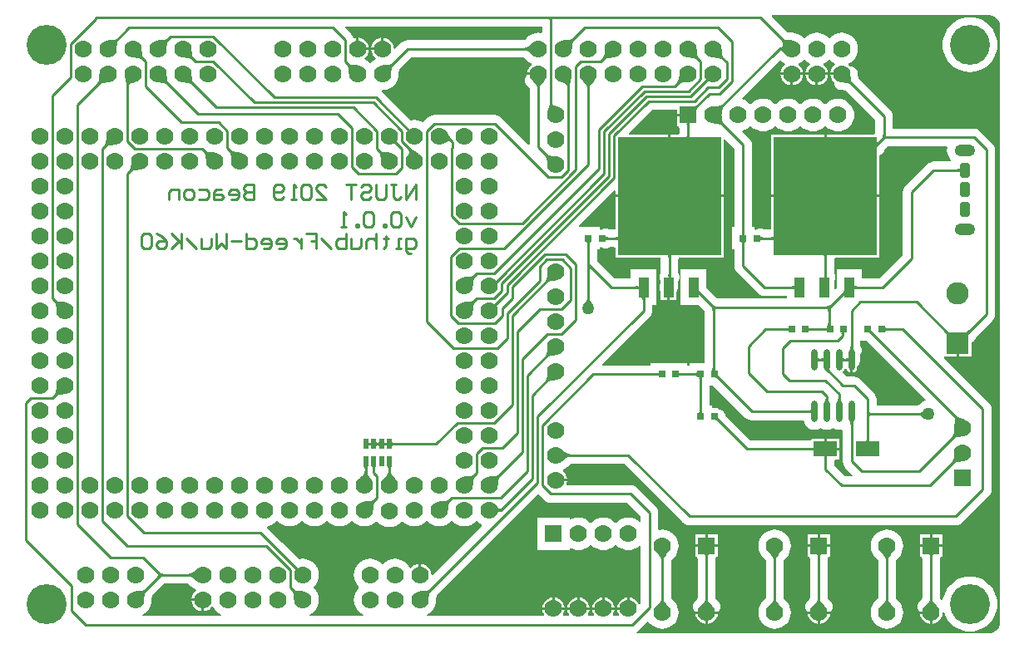
<source format=gbl>
G04*
G04 #@! TF.GenerationSoftware,Altium Limited,Altium Designer,18.1.4 (159)*
G04*
G04 Layer_Physical_Order=2*
G04 Layer_Color=16711680*
%FSLAX24Y24*%
%MOIN*%
G70*
G01*
G75*
%ADD11C,0.0100*%
%ADD17R,0.0197X0.0400*%
%ADD20R,0.0300X0.0300*%
%ADD36O,0.0827X0.0472*%
G04:AMPARAMS|DCode=37|XSize=59.1mil|YSize=39.4mil|CornerRadius=9.8mil|HoleSize=0mil|Usage=FLASHONLY|Rotation=90.000|XOffset=0mil|YOffset=0mil|HoleType=Round|Shape=RoundedRectangle|*
%AMROUNDEDRECTD37*
21,1,0.0591,0.0197,0,0,90.0*
21,1,0.0394,0.0394,0,0,90.0*
1,1,0.0197,0.0098,0.0197*
1,1,0.0197,0.0098,-0.0197*
1,1,0.0197,-0.0098,-0.0197*
1,1,0.0197,-0.0098,0.0197*
%
%ADD37ROUNDEDRECTD37*%
%ADD38C,0.0700*%
%ADD39R,0.0700X0.0700*%
%ADD40C,0.0900*%
%ADD41R,0.0900X0.0900*%
%ADD42R,0.0700X0.0700*%
%ADD43C,0.0500*%
%ADD44C,0.1600*%
%ADD45R,0.0413X0.0827*%
%ADD46R,0.4134X0.4724*%
%ADD47O,0.0236X0.0866*%
%ADD48R,0.0925X0.0610*%
G36*
X21350Y24700D02*
X21365Y24615D01*
X21357Y24621D01*
X21348Y24627D01*
X21338Y24633D01*
X21326Y24637D01*
X21313Y24641D01*
X21299Y24644D01*
X21283Y24647D01*
X21249Y24650D01*
X21229Y24650D01*
X21350Y24750D01*
Y24700D01*
D02*
G37*
G36*
X21047Y24133D02*
X20997Y24094D01*
X20900Y24103D01*
X20773Y24091D01*
X20650Y24053D01*
X20537Y23993D01*
X20438Y23912D01*
X20435Y23907D01*
X20406Y23879D01*
X20349Y23829D01*
X20331Y23815D01*
X20316Y23804D01*
X20313Y23803D01*
X15650D01*
X15650Y23803D01*
X15559Y23791D01*
X15473Y23756D01*
X15400Y23700D01*
X15152Y23451D01*
X15101Y23471D01*
X15088Y23567D01*
X15043Y23677D01*
X14971Y23771D01*
X14877Y23843D01*
X14767Y23888D01*
X14700Y23897D01*
Y23450D01*
X14650D01*
Y23400D01*
X14203D01*
X14212Y23333D01*
X14257Y23223D01*
X14329Y23129D01*
X14373Y23096D01*
X14368Y23036D01*
X14287Y22993D01*
X14188Y22912D01*
X14175Y22896D01*
X14125D01*
X14112Y22912D01*
X14013Y22993D01*
X13932Y23036D01*
X13927Y23096D01*
X13971Y23129D01*
X14043Y23223D01*
X14088Y23333D01*
X14097Y23400D01*
X13650D01*
Y23450D01*
X13600D01*
Y23897D01*
X13542Y23890D01*
X13491Y23891D01*
X13456Y23977D01*
X13400Y24050D01*
X13148Y24301D01*
X13168Y24347D01*
X21047D01*
Y24133D01*
D02*
G37*
G36*
X22329Y23808D02*
X22313Y23790D01*
X22300Y23768D01*
X22287Y23742D01*
X22277Y23712D01*
X22268Y23679D01*
X22261Y23641D01*
X22256Y23600D01*
X22250Y23506D01*
X22250Y23454D01*
X21904Y23800D01*
X21956Y23800D01*
X22050Y23806D01*
X22091Y23811D01*
X22129Y23818D01*
X22162Y23827D01*
X22192Y23837D01*
X22218Y23850D01*
X22240Y23863D01*
X22258Y23879D01*
X22329Y23808D01*
D02*
G37*
G36*
X6079D02*
X6063Y23790D01*
X6050Y23768D01*
X6037Y23742D01*
X6027Y23712D01*
X6018Y23679D01*
X6011Y23641D01*
X6006Y23600D01*
X6000Y23506D01*
X6000Y23454D01*
X5653Y23800D01*
X5706Y23800D01*
X5800Y23806D01*
X5841Y23811D01*
X5879Y23818D01*
X5912Y23827D01*
X5942Y23837D01*
X5968Y23850D01*
X5990Y23863D01*
X6008Y23879D01*
X6079Y23808D01*
D02*
G37*
G36*
X4079D02*
X4063Y23790D01*
X4050Y23768D01*
X4037Y23742D01*
X4027Y23712D01*
X4018Y23679D01*
X4011Y23641D01*
X4006Y23600D01*
X4000Y23506D01*
X4000Y23454D01*
X3654Y23800D01*
X3706Y23800D01*
X3800Y23806D01*
X3841Y23811D01*
X3879Y23818D01*
X3912Y23827D01*
X3942Y23837D01*
X3968Y23850D01*
X3990Y23863D01*
X4008Y23879D01*
X4079Y23808D01*
D02*
G37*
G36*
X30710Y23863D02*
X30732Y23850D01*
X30758Y23837D01*
X30788Y23827D01*
X30821Y23818D01*
X30859Y23811D01*
X30900Y23806D01*
X30994Y23800D01*
X31047Y23800D01*
X30747Y23500D01*
Y23275D01*
X30732Y23299D01*
X30716Y23320D01*
X30699Y23339D01*
X30681Y23355D01*
X30662Y23369D01*
X30641Y23380D01*
X30620Y23389D01*
X30598Y23395D01*
X30574Y23399D01*
X30550Y23400D01*
Y23500D01*
X30574Y23501D01*
X30598Y23505D01*
X30620Y23511D01*
X30641Y23520D01*
X30662Y23531D01*
X30681Y23545D01*
X30697Y23559D01*
X30694Y23600D01*
X30689Y23641D01*
X30682Y23679D01*
X30673Y23712D01*
X30663Y23742D01*
X30650Y23768D01*
X30637Y23790D01*
X30621Y23808D01*
X30692Y23879D01*
X30710Y23863D01*
D02*
G37*
G36*
X20650Y23205D02*
X20613Y23242D01*
X20542Y23304D01*
X20509Y23330D01*
X20478Y23351D01*
X20448Y23369D01*
X20420Y23382D01*
X20393Y23392D01*
X20367Y23398D01*
X20344Y23400D01*
Y23500D01*
X20367Y23502D01*
X20393Y23508D01*
X20420Y23518D01*
X20448Y23531D01*
X20478Y23549D01*
X20509Y23570D01*
X20542Y23596D01*
X20613Y23658D01*
X20650Y23695D01*
Y23205D01*
D02*
G37*
G36*
X28250Y23394D02*
X28256Y23300D01*
X28261Y23259D01*
X28268Y23221D01*
X28277Y23188D01*
X28287Y23158D01*
X28300Y23132D01*
X28313Y23110D01*
X28329Y23092D01*
X28258Y23021D01*
X28240Y23037D01*
X28218Y23050D01*
X28192Y23063D01*
X28162Y23073D01*
X28129Y23082D01*
X28091Y23089D01*
X28050Y23094D01*
X27956Y23100D01*
X27903Y23100D01*
X28250Y23447D01*
X28250Y23394D01*
D02*
G37*
G36*
X27250D02*
X27256Y23300D01*
X27261Y23259D01*
X27268Y23221D01*
X27277Y23188D01*
X27287Y23158D01*
X27300Y23132D01*
X27313Y23110D01*
X27329Y23092D01*
X27258Y23021D01*
X27240Y23037D01*
X27218Y23050D01*
X27192Y23063D01*
X27162Y23073D01*
X27129Y23082D01*
X27091Y23089D01*
X27050Y23094D01*
X26956Y23100D01*
X26904Y23100D01*
X27250Y23447D01*
X27250Y23394D01*
D02*
G37*
G36*
X23897Y23100D02*
X23844Y23100D01*
X23750Y23094D01*
X23709Y23089D01*
X23671Y23082D01*
X23638Y23073D01*
X23608Y23063D01*
X23582Y23050D01*
X23560Y23037D01*
X23542Y23021D01*
X23471Y23092D01*
X23487Y23110D01*
X23500Y23132D01*
X23513Y23158D01*
X23523Y23188D01*
X23532Y23221D01*
X23539Y23259D01*
X23544Y23300D01*
X23550Y23394D01*
X23550Y23447D01*
X23897Y23100D01*
D02*
G37*
G36*
X7000Y23394D02*
X7006Y23300D01*
X7011Y23259D01*
X7018Y23221D01*
X7027Y23188D01*
X7037Y23158D01*
X7050Y23132D01*
X7063Y23110D01*
X7079Y23092D01*
X7008Y23021D01*
X6990Y23037D01*
X6968Y23050D01*
X6942Y23063D01*
X6912Y23073D01*
X6879Y23082D01*
X6841Y23089D01*
X6800Y23094D01*
X6706Y23100D01*
X6654Y23100D01*
X7000Y23447D01*
X7000Y23394D01*
D02*
G37*
G36*
X5000D02*
X5006Y23300D01*
X5011Y23259D01*
X5018Y23221D01*
X5027Y23188D01*
X5037Y23158D01*
X5050Y23132D01*
X5063Y23110D01*
X5079Y23092D01*
X5008Y23021D01*
X4990Y23037D01*
X4968Y23050D01*
X4942Y23063D01*
X4912Y23073D01*
X4879Y23082D01*
X4841Y23089D01*
X4800Y23094D01*
X4706Y23100D01*
X4654Y23100D01*
X5000Y23447D01*
X5000Y23394D01*
D02*
G37*
G36*
X32588Y22988D02*
X32687Y22907D01*
X32768Y22864D01*
X32773Y22804D01*
X32729Y22771D01*
X32657Y22677D01*
X32612Y22567D01*
X32603Y22500D01*
X33050D01*
Y22400D01*
X32603D01*
X32612Y22333D01*
X32657Y22223D01*
X32729Y22129D01*
X32752Y22111D01*
X32751Y22102D01*
X32751Y22101D01*
X32751Y22100D01*
X32756Y22062D01*
X32761Y22023D01*
X32761Y22023D01*
X32761Y22022D01*
X32776Y21986D01*
X32791Y21950D01*
X32791Y21950D01*
X32791Y21949D01*
X32815Y21918D01*
X32838Y21887D01*
X32839Y21887D01*
X32840Y21886D01*
X32870Y21863D01*
X32901Y21839D01*
X32902Y21838D01*
X32902Y21838D01*
X32938Y21823D01*
X32974Y21808D01*
X32974Y21808D01*
X32975Y21808D01*
X33013Y21803D01*
X33052Y21797D01*
X33096Y21797D01*
X33171Y21793D01*
X33194Y21790D01*
X33213Y21786D01*
X33215Y21786D01*
X34397Y20604D01*
Y20051D01*
X34386Y20049D01*
X34378Y20046D01*
X34370Y20045D01*
X34342Y20031D01*
X34313Y20019D01*
X34307Y20014D01*
X34303Y20012D01*
X32450D01*
Y17600D01*
X34567D01*
Y19192D01*
X34572Y19194D01*
X34602Y19205D01*
X34609Y19209D01*
X34616Y19212D01*
X34641Y19232D01*
X34667Y19250D01*
X34672Y19256D01*
X34678Y19260D01*
X34698Y19286D01*
X34718Y19310D01*
X34722Y19317D01*
X34727Y19323D01*
X34739Y19352D01*
X34752Y19381D01*
X34754Y19389D01*
X34757Y19396D01*
X34759Y19409D01*
X34896Y19547D01*
X37256D01*
X37288Y19497D01*
X37272Y19375D01*
X37291Y19235D01*
X37345Y19104D01*
X37431Y18992D01*
X37437Y18988D01*
X37420Y18940D01*
X36737D01*
X36646Y18928D01*
X36561Y18893D01*
X36488Y18837D01*
X35600Y17950D01*
X35544Y17877D01*
X35509Y17791D01*
X35497Y17700D01*
Y15196D01*
X34540Y14240D01*
X33866D01*
Y14600D01*
X32852D01*
Y13879D01*
X32789Y13815D01*
X32745Y13835D01*
X32741Y13839D01*
X32753Y13928D01*
Y14136D01*
X32762Y14148D01*
X32771Y14169D01*
X32782Y14190D01*
X32786Y14206D01*
X32792Y14220D01*
X32795Y14244D01*
X32801Y14267D01*
X32801Y14283D01*
X32803Y14299D01*
X32799Y14322D01*
X32799Y14346D01*
X32794Y14361D01*
X32792Y14377D01*
X32783Y14399D01*
X32776Y14422D01*
X32768Y14435D01*
X32762Y14450D01*
X32753Y14462D01*
Y15027D01*
X32762Y15039D01*
X32768Y15054D01*
X32777Y15068D01*
X32783Y15088D01*
X34567D01*
Y17500D01*
X32400D01*
X30233D01*
Y16233D01*
X30213Y16227D01*
X30199Y16218D01*
X30184Y16212D01*
X30172Y16203D01*
X29961D01*
X29949Y16212D01*
X29934Y16218D01*
X29920Y16227D01*
X29898Y16233D01*
X29876Y16242D01*
X29860Y16244D01*
X29845Y16249D01*
X29821Y16250D01*
X29798Y16253D01*
X29782Y16250D01*
X29766Y16251D01*
X29743Y16245D01*
X29719Y16242D01*
X29704Y16236D01*
X29689Y16232D01*
X29668Y16221D01*
X29646Y16212D01*
X29634Y16202D01*
X29630Y16200D01*
X29600Y16196D01*
X29550Y16239D01*
Y16300D01*
X29453D01*
Y19600D01*
X29441Y19691D01*
X29406Y19777D01*
X29350Y19850D01*
X29071Y20128D01*
X29083Y20176D01*
X29150Y20197D01*
X29263Y20257D01*
X29362Y20338D01*
X29375Y20354D01*
X29425D01*
X29438Y20338D01*
X29537Y20257D01*
X29650Y20197D01*
X29773Y20159D01*
X29900Y20147D01*
X30027Y20159D01*
X30150Y20197D01*
X30263Y20257D01*
X30362Y20338D01*
X30375Y20354D01*
X30425D01*
X30438Y20338D01*
X30537Y20257D01*
X30650Y20197D01*
X30773Y20159D01*
X30900Y20147D01*
X31027Y20159D01*
X31150Y20197D01*
X31263Y20257D01*
X31362Y20338D01*
X31375Y20354D01*
X31425D01*
X31438Y20338D01*
X31537Y20257D01*
X31650Y20197D01*
X31773Y20159D01*
X31900Y20147D01*
X32027Y20159D01*
X32150Y20197D01*
X32263Y20257D01*
X32362Y20338D01*
X32375Y20354D01*
X32425D01*
X32438Y20338D01*
X32537Y20257D01*
X32650Y20197D01*
X32773Y20159D01*
X32900Y20147D01*
X33027Y20159D01*
X33150Y20197D01*
X33263Y20257D01*
X33362Y20338D01*
X33443Y20437D01*
X33503Y20550D01*
X33541Y20673D01*
X33553Y20800D01*
X33541Y20927D01*
X33503Y21050D01*
X33443Y21163D01*
X33362Y21262D01*
X33263Y21343D01*
X33150Y21403D01*
X33027Y21441D01*
X32900Y21453D01*
X32773Y21441D01*
X32650Y21403D01*
X32537Y21343D01*
X32438Y21262D01*
X32425Y21246D01*
X32375D01*
X32362Y21262D01*
X32263Y21343D01*
X32150Y21403D01*
X32027Y21441D01*
X31900Y21453D01*
X31773Y21441D01*
X31650Y21403D01*
X31537Y21343D01*
X31438Y21262D01*
X31425Y21246D01*
X31375D01*
X31362Y21262D01*
X31263Y21343D01*
X31150Y21403D01*
X31027Y21441D01*
X30900Y21453D01*
X30773Y21441D01*
X30650Y21403D01*
X30537Y21343D01*
X30438Y21262D01*
X30425Y21246D01*
X30375D01*
X30362Y21262D01*
X30263Y21343D01*
X30150Y21403D01*
X30027Y21441D01*
X29900Y21453D01*
X29773Y21441D01*
X29650Y21403D01*
X29537Y21343D01*
X29438Y21262D01*
X29425Y21246D01*
X29375D01*
X29362Y21262D01*
X29263Y21343D01*
X29150Y21403D01*
X29083Y21424D01*
X29071Y21472D01*
X30587Y22988D01*
X30588Y22988D01*
X30687Y22907D01*
X30768Y22864D01*
X30773Y22804D01*
X30729Y22771D01*
X30657Y22677D01*
X30612Y22567D01*
X30603Y22500D01*
X31050D01*
X31497D01*
X31488Y22567D01*
X31443Y22677D01*
X31371Y22771D01*
X31327Y22804D01*
X31332Y22864D01*
X31413Y22907D01*
X31512Y22988D01*
X31525Y23004D01*
X31575D01*
X31588Y22988D01*
X31687Y22907D01*
X31768Y22864D01*
X31773Y22804D01*
X31729Y22771D01*
X31657Y22677D01*
X31612Y22567D01*
X31603Y22500D01*
X32050D01*
X32497D01*
X32488Y22567D01*
X32443Y22677D01*
X32371Y22771D01*
X32327Y22804D01*
X32332Y22864D01*
X32413Y22907D01*
X32512Y22988D01*
X32525Y23004D01*
X32575D01*
X32588Y22988D01*
D02*
G37*
G36*
X15079Y22808D02*
X15063Y22790D01*
X15050Y22768D01*
X15037Y22742D01*
X15027Y22712D01*
X15018Y22679D01*
X15011Y22641D01*
X15006Y22600D01*
X15000Y22506D01*
X15000Y22453D01*
X14654Y22800D01*
X14706Y22800D01*
X14800Y22806D01*
X14841Y22811D01*
X14879Y22818D01*
X14912Y22827D01*
X14942Y22837D01*
X14968Y22850D01*
X14990Y22863D01*
X15008Y22879D01*
X15079Y22808D01*
D02*
G37*
G36*
X13310Y22863D02*
X13332Y22850D01*
X13358Y22837D01*
X13388Y22827D01*
X13421Y22818D01*
X13459Y22811D01*
X13500Y22806D01*
X13594Y22800D01*
X13647Y22800D01*
X13300Y22453D01*
X13300Y22506D01*
X13294Y22600D01*
X13289Y22641D01*
X13282Y22679D01*
X13273Y22712D01*
X13263Y22742D01*
X13250Y22768D01*
X13237Y22790D01*
X13221Y22808D01*
X13292Y22879D01*
X13310Y22863D01*
D02*
G37*
G36*
X26861Y22102D02*
X26811Y22107D01*
X26721Y22109D01*
X26681Y22107D01*
X26645Y22102D01*
X26612Y22095D01*
X26582Y22086D01*
X26556Y22074D01*
X26534Y22060D01*
X26515Y22044D01*
X26451Y22122D01*
X26465Y22139D01*
X26479Y22160D01*
X26491Y22185D01*
X26503Y22215D01*
X26513Y22249D01*
X26523Y22287D01*
X26539Y22376D01*
X26551Y22482D01*
X26861Y22102D01*
D02*
G37*
G36*
X33400Y22394D02*
X33406Y22300D01*
X33411Y22259D01*
X33418Y22221D01*
X33427Y22188D01*
X33437Y22158D01*
X33450Y22132D01*
X33463Y22110D01*
X33479Y22092D01*
X33408Y22021D01*
X33390Y22037D01*
X33368Y22050D01*
X33342Y22063D01*
X33312Y22073D01*
X33279Y22082D01*
X33241Y22089D01*
X33200Y22094D01*
X33106Y22100D01*
X33054Y22100D01*
X33400Y22446D01*
X33400Y22394D01*
D02*
G37*
G36*
X7000D02*
X7006Y22300D01*
X7011Y22259D01*
X7018Y22221D01*
X7027Y22188D01*
X7037Y22158D01*
X7050Y22132D01*
X7063Y22110D01*
X7079Y22092D01*
X7008Y22021D01*
X6990Y22037D01*
X6968Y22050D01*
X6942Y22063D01*
X6912Y22073D01*
X6879Y22082D01*
X6841Y22089D01*
X6800Y22094D01*
X6706Y22100D01*
X6654Y22100D01*
X7000Y22446D01*
X7000Y22394D01*
D02*
G37*
G36*
X6000D02*
X6006Y22300D01*
X6011Y22259D01*
X6018Y22221D01*
X6027Y22188D01*
X6037Y22158D01*
X6050Y22132D01*
X6063Y22110D01*
X6079Y22092D01*
X6008Y22021D01*
X5990Y22037D01*
X5968Y22050D01*
X5942Y22063D01*
X5912Y22073D01*
X5879Y22082D01*
X5841Y22089D01*
X5800Y22094D01*
X5706Y22100D01*
X5653Y22100D01*
X6000Y22446D01*
X6000Y22394D01*
D02*
G37*
G36*
X3647Y22100D02*
X3594Y22100D01*
X3500Y22094D01*
X3459Y22089D01*
X3421Y22082D01*
X3388Y22073D01*
X3358Y22063D01*
X3332Y22050D01*
X3310Y22037D01*
X3292Y22021D01*
X3221Y22092D01*
X3237Y22110D01*
X3250Y22132D01*
X3263Y22158D01*
X3273Y22188D01*
X3282Y22221D01*
X3289Y22259D01*
X3294Y22300D01*
X3300Y22394D01*
X3300Y22446D01*
X3647Y22100D01*
D02*
G37*
G36*
X4682Y22102D02*
X4644Y22096D01*
X4609Y22089D01*
X4579Y22079D01*
X4552Y22066D01*
X4530Y22050D01*
X4512Y22032D01*
X4497Y22012D01*
X4487Y21989D01*
X4481Y21963D01*
X4479Y21935D01*
X4379Y22018D01*
X4378Y22028D01*
X4376Y22044D01*
X4344Y22207D01*
X4308Y22375D01*
X4682Y22102D01*
D02*
G37*
G36*
X22150Y21995D02*
X22050Y21924D01*
X22048Y21952D01*
X22042Y21978D01*
X22031Y22001D01*
X22017Y22023D01*
X21998Y22042D01*
X21975Y22059D01*
X21948Y22074D01*
X21917Y22086D01*
X21881Y22097D01*
X21842Y22105D01*
X22238Y22359D01*
X22150Y21995D01*
D02*
G37*
G36*
X23108Y22163D02*
X23046Y22092D01*
X23020Y22059D01*
X22999Y22028D01*
X22981Y21998D01*
X22968Y21970D01*
X22958Y21943D01*
X22952Y21917D01*
X22950Y21894D01*
X22850D01*
X22848Y21917D01*
X22842Y21943D01*
X22832Y21970D01*
X22819Y21998D01*
X22801Y22028D01*
X22780Y22059D01*
X22754Y22092D01*
X22692Y22163D01*
X22655Y22200D01*
X23145D01*
X23108Y22163D01*
D02*
G37*
G36*
X21108D02*
X21046Y22092D01*
X21020Y22059D01*
X20999Y22028D01*
X20981Y21998D01*
X20968Y21970D01*
X20958Y21943D01*
X20952Y21917D01*
X20950Y21894D01*
X20850D01*
X20848Y21917D01*
X20842Y21943D01*
X20832Y21970D01*
X20819Y21998D01*
X20801Y22028D01*
X20780Y22059D01*
X20754Y22092D01*
X20692Y22163D01*
X20655Y22200D01*
X21145D01*
X21108Y22163D01*
D02*
G37*
G36*
X20316Y23096D02*
X20331Y23085D01*
X20349Y23071D01*
X20406Y23021D01*
X20435Y22993D01*
X20438Y22988D01*
X20537Y22907D01*
X20618Y22864D01*
X20623Y22804D01*
X20579Y22771D01*
X20507Y22677D01*
X20462Y22567D01*
X20453Y22500D01*
X20900D01*
Y22400D01*
X20430D01*
X20418Y22383D01*
X20394Y22353D01*
X20393Y22352D01*
X20393Y22351D01*
X20378Y22316D01*
X20363Y22280D01*
X20363Y22279D01*
X20363Y22278D01*
X20358Y22240D01*
X20352Y22202D01*
X20353Y22201D01*
X20352Y22200D01*
X20357Y22162D01*
X20362Y22123D01*
X20363Y22123D01*
X20363Y22122D01*
X20378Y22086D01*
X20392Y22050D01*
X20393Y22050D01*
X20393Y22049D01*
X20416Y22018D01*
X20440Y21987D01*
X20471Y21956D01*
X20521Y21899D01*
X20535Y21881D01*
X20546Y21866D01*
X20547Y21863D01*
Y19618D01*
X20501Y19598D01*
X19400Y20700D01*
X19327Y20756D01*
X19241Y20791D01*
X19150Y20803D01*
X16722D01*
X16631Y20791D01*
X16546Y20756D01*
X16472Y20700D01*
X16275Y20502D01*
X16179Y20553D01*
X16057Y20591D01*
X15929Y20603D01*
X15802Y20591D01*
X15791Y20587D01*
X14630Y21749D01*
X14630Y21752D01*
X14649Y21797D01*
X14650Y21797D01*
X14777Y21809D01*
X14900Y21847D01*
X15013Y21907D01*
X15112Y21988D01*
X15193Y22087D01*
X15253Y22200D01*
X15291Y22323D01*
X15303Y22450D01*
X15303Y22456D01*
X15303Y22496D01*
X15307Y22571D01*
X15310Y22594D01*
X15314Y22613D01*
X15314Y22615D01*
X15796Y23097D01*
X20313D01*
X20316Y23096D01*
D02*
G37*
G36*
X27320Y21149D02*
X27300Y21128D01*
X27268Y21091D01*
X27257Y21075D01*
X27248Y21060D01*
X27242Y21047D01*
X27239Y21035D01*
X27239Y21024D01*
X27242Y21015D01*
X27248Y21007D01*
X27107Y21148D01*
X27115Y21142D01*
X27124Y21139D01*
X27135Y21139D01*
X27147Y21142D01*
X27160Y21148D01*
X27175Y21157D01*
X27191Y21168D01*
X27209Y21182D01*
X27249Y21220D01*
X27320Y21149D01*
D02*
G37*
G36*
X21452Y21298D02*
X21458Y21272D01*
X21469Y21249D01*
X21483Y21227D01*
X21502Y21208D01*
X21525Y21191D01*
X21552Y21176D01*
X21583Y21164D01*
X21619Y21153D01*
X21658Y21145D01*
X21262Y20891D01*
X21350Y21255D01*
X21450Y21326D01*
X21452Y21298D01*
D02*
G37*
G36*
X28329Y21158D02*
X28313Y21140D01*
X28300Y21118D01*
X28287Y21092D01*
X28277Y21062D01*
X28268Y21029D01*
X28261Y20991D01*
X28256Y20950D01*
X28250Y20856D01*
X28250Y20803D01*
X27903Y21150D01*
X27956Y21150D01*
X28050Y21156D01*
X28091Y21161D01*
X28129Y21168D01*
X28162Y21177D01*
X28192Y21187D01*
X28218Y21200D01*
X28240Y21213D01*
X28258Y21229D01*
X28329Y21158D01*
D02*
G37*
G36*
X28250Y20744D02*
X28256Y20650D01*
X28261Y20609D01*
X28268Y20571D01*
X28277Y20538D01*
X28287Y20508D01*
X28300Y20482D01*
X28313Y20460D01*
X28329Y20442D01*
X28258Y20371D01*
X28240Y20387D01*
X28218Y20400D01*
X28192Y20413D01*
X28162Y20423D01*
X28129Y20432D01*
X28091Y20439D01*
X28050Y20444D01*
X27956Y20450D01*
X27903Y20450D01*
X28250Y20796D01*
X28250Y20744D01*
D02*
G37*
G36*
X26990Y20450D02*
X26982Y20447D01*
X26974Y20442D01*
X26968Y20435D01*
X26962Y20426D01*
X26958Y20415D01*
X26955Y20402D01*
X26952Y20387D01*
X26951Y20370D01*
X26950Y20351D01*
X26850D01*
X26850Y20370D01*
X26848Y20387D01*
X26846Y20402D01*
X26842Y20415D01*
X26837Y20426D01*
X26832Y20435D01*
X26825Y20442D01*
X26818Y20447D01*
X26809Y20450D01*
X26800Y20451D01*
X27000D01*
X26990Y20450D01*
D02*
G37*
G36*
X26951Y19992D02*
X26952Y19975D01*
X26955Y19960D01*
X26958Y19947D01*
X26962Y19936D01*
X26968Y19927D01*
X26974Y19920D01*
X26982Y19915D01*
X26990Y19912D01*
X27000Y19911D01*
X26800D01*
X26809Y19912D01*
X26818Y19915D01*
X26825Y19920D01*
X26832Y19927D01*
X26837Y19936D01*
X26842Y19947D01*
X26846Y19960D01*
X26848Y19975D01*
X26850Y19992D01*
X26850Y20011D01*
X26950D01*
X26951Y19992D01*
D02*
G37*
G36*
X34801Y20031D02*
X34804Y20014D01*
X34809Y19999D01*
X34816Y19986D01*
X34825Y19975D01*
X34836Y19966D01*
X34849Y19959D01*
X34864Y19954D01*
X34881Y19951D01*
X34900Y19950D01*
X34871Y19850D01*
X34851Y19849D01*
X34832Y19847D01*
X34813Y19844D01*
X34795Y19839D01*
X34778Y19832D01*
X34761Y19825D01*
X34745Y19815D01*
X34729Y19805D01*
X34714Y19793D01*
X34700Y19779D01*
X34629Y19850D01*
X34643Y19864D01*
X34655Y19879D01*
X34665Y19895D01*
X34675Y19911D01*
X34682Y19928D01*
X34689Y19945D01*
X34694Y19963D01*
X34697Y19982D01*
X34699Y20001D01*
X34700Y20021D01*
X34800Y20050D01*
X34801Y20031D01*
D02*
G37*
G36*
X34536Y19616D02*
X34523Y19601D01*
X34511Y19587D01*
X34500Y19573D01*
X34490Y19559D01*
X34483Y19544D01*
X34476Y19530D01*
X34471Y19516D01*
X34467Y19502D01*
X34465Y19488D01*
X34465Y19474D01*
Y19757D01*
X34465Y19744D01*
X34467Y19734D01*
X34471Y19727D01*
X34476Y19723D01*
X34483Y19721D01*
X34490Y19723D01*
X34500Y19727D01*
X34511Y19734D01*
X34523Y19744D01*
X34536Y19757D01*
Y19616D01*
D02*
G37*
G36*
X17427Y19815D02*
X17410Y19691D01*
X17388Y19710D01*
X17366Y19724D01*
X17342Y19733D01*
X17317Y19738D01*
X17290Y19738D01*
X17263Y19734D01*
X17234Y19724D01*
X17203Y19711D01*
X17172Y19693D01*
X17139Y19670D01*
X17230Y20129D01*
X17427Y19815D01*
D02*
G37*
G36*
X3926Y19600D02*
X3873Y19600D01*
X3779Y19594D01*
X3738Y19589D01*
X3700Y19582D01*
X3667Y19573D01*
X3637Y19563D01*
X3611Y19550D01*
X3589Y19537D01*
X3571Y19521D01*
X3500Y19592D01*
X3516Y19610D01*
X3530Y19632D01*
X3542Y19658D01*
X3552Y19688D01*
X3561Y19721D01*
X3568Y19759D01*
X3573Y19800D01*
X3579Y19894D01*
X3579Y19947D01*
X3926Y19600D01*
D02*
G37*
G36*
X15802Y19442D02*
X15815Y19432D01*
X15886Y19386D01*
X16108Y19251D01*
X15649Y19160D01*
X15672Y19193D01*
X15690Y19224D01*
X15704Y19254D01*
X15713Y19283D01*
X15717Y19311D01*
X15717Y19338D01*
X15712Y19363D01*
X15703Y19387D01*
X15689Y19409D01*
X15671Y19431D01*
X15795Y19448D01*
X15802Y19442D01*
D02*
G37*
G36*
X8607Y19377D02*
X8629Y19363D01*
X8654Y19351D01*
X8684Y19340D01*
X8718Y19330D01*
X8756Y19322D01*
X8844Y19308D01*
X8894Y19303D01*
X8948Y19299D01*
X8580Y18976D01*
X8583Y19027D01*
X8582Y19118D01*
X8579Y19159D01*
X8573Y19195D01*
X8566Y19229D01*
X8556Y19258D01*
X8544Y19284D01*
X8530Y19307D01*
X8514Y19326D01*
X8590Y19392D01*
X8607Y19377D01*
D02*
G37*
G36*
X14589Y19363D02*
X14611Y19350D01*
X14637Y19337D01*
X14667Y19327D01*
X14700Y19318D01*
X14738Y19311D01*
X14779Y19306D01*
X14873Y19300D01*
X14926Y19300D01*
X14579Y18953D01*
X14579Y19006D01*
X14573Y19100D01*
X14568Y19141D01*
X14561Y19179D01*
X14552Y19212D01*
X14542Y19242D01*
X14530Y19268D01*
X14516Y19290D01*
X14500Y19308D01*
X14571Y19379D01*
X14589Y19363D01*
D02*
G37*
G36*
X7577Y19353D02*
X7599Y19339D01*
X7625Y19327D01*
X7655Y19317D01*
X7688Y19309D01*
X7725Y19303D01*
X7765Y19299D01*
X7810Y19297D01*
X7909Y19299D01*
X7579Y18937D01*
X7577Y18991D01*
X7560Y19128D01*
X7552Y19166D01*
X7542Y19199D01*
X7531Y19229D01*
X7519Y19255D01*
X7506Y19277D01*
X7491Y19294D01*
X7558Y19368D01*
X7577Y19353D01*
D02*
G37*
G36*
X21260Y19213D02*
X21282Y19200D01*
X21308Y19187D01*
X21338Y19177D01*
X21371Y19168D01*
X21409Y19161D01*
X21450Y19156D01*
X21544Y19150D01*
X21597Y19150D01*
X21250Y18803D01*
X21250Y18856D01*
X21244Y18950D01*
X21239Y18991D01*
X21232Y19029D01*
X21223Y19062D01*
X21213Y19092D01*
X21200Y19118D01*
X21187Y19140D01*
X21171Y19158D01*
X21242Y19229D01*
X21260Y19213D01*
D02*
G37*
G36*
X4926Y18600D02*
X4873Y18600D01*
X4779Y18594D01*
X4738Y18589D01*
X4700Y18582D01*
X4667Y18573D01*
X4637Y18563D01*
X4611Y18550D01*
X4589Y18537D01*
X4571Y18521D01*
X4500Y18592D01*
X4516Y18610D01*
X4530Y18632D01*
X4542Y18658D01*
X4552Y18688D01*
X4561Y18721D01*
X4568Y18759D01*
X4573Y18800D01*
X4579Y18894D01*
X4579Y18946D01*
X4926Y18600D01*
D02*
G37*
G36*
X37794Y18487D02*
X37793Y18497D01*
X37790Y18505D01*
X37785Y18513D01*
X37778Y18519D01*
X37769Y18525D01*
X37757Y18529D01*
X37744Y18533D01*
X37729Y18535D01*
X37712Y18537D01*
X37693Y18537D01*
Y18637D01*
X37712Y18638D01*
X37729Y18639D01*
X37744Y18642D01*
X37757Y18645D01*
X37769Y18650D01*
X37778Y18655D01*
X37785Y18662D01*
X37790Y18669D01*
X37793Y18678D01*
X37794Y18687D01*
Y18487D01*
D02*
G37*
G36*
X26450Y20850D02*
X26900D01*
Y20750D01*
X26450D01*
Y20350D01*
X26517D01*
X26524Y20328D01*
X26532Y20315D01*
X26538Y20300D01*
X26547Y20288D01*
Y20074D01*
X26538Y20062D01*
X26532Y20048D01*
X26524Y20034D01*
X26517Y20012D01*
X26200D01*
Y17600D01*
X28317D01*
Y19819D01*
X28363Y19838D01*
X28747Y19454D01*
Y16300D01*
X28650D01*
Y15400D01*
X28747D01*
Y14750D01*
X28759Y14659D01*
X28794Y14573D01*
X28850Y14500D01*
X29714Y13637D01*
X29787Y13581D01*
X29872Y13546D01*
X29963Y13534D01*
X30852D01*
Y13431D01*
X28064D01*
X27616Y13879D01*
Y14600D01*
X26602D01*
Y13173D01*
X27323D01*
X27565Y12931D01*
Y10850D01*
X26950D01*
Y10753D01*
X26850D01*
Y10850D01*
X25400D01*
Y10753D01*
X23468D01*
X23448Y10799D01*
X25359Y12709D01*
X25415Y12783D01*
X25450Y12868D01*
X25462Y12959D01*
Y13173D01*
X25616D01*
Y14600D01*
X24602D01*
Y14240D01*
X23960D01*
X23253Y14946D01*
Y15400D01*
X23350D01*
Y15461D01*
X23400Y15504D01*
X23430Y15500D01*
X23434Y15498D01*
X23446Y15488D01*
X23468Y15479D01*
X23489Y15468D01*
X23504Y15464D01*
X23519Y15458D01*
X23543Y15455D01*
X23566Y15449D01*
X23582Y15450D01*
X23598Y15447D01*
X23621Y15450D01*
X23645Y15451D01*
X23660Y15456D01*
X23676Y15458D01*
X23698Y15467D01*
X23720Y15473D01*
X23734Y15482D01*
X23749Y15488D01*
X23761Y15497D01*
X23922D01*
X23934Y15488D01*
X23949Y15482D01*
X23963Y15473D01*
X23983Y15467D01*
Y15088D01*
X25767D01*
X25773Y15068D01*
X25782Y15054D01*
X25788Y15039D01*
X25797Y15027D01*
Y14462D01*
X25788Y14450D01*
X25782Y14435D01*
X25774Y14422D01*
X25767Y14399D01*
X25758Y14377D01*
X25756Y14361D01*
X25751Y14346D01*
X25751Y14322D01*
X25747Y14299D01*
X25749Y14283D01*
X25749Y14267D01*
X25755Y14244D01*
X25758Y14220D01*
X25764Y14206D01*
X25768Y14190D01*
X25779Y14169D01*
X25788Y14148D01*
X25797Y14136D01*
Y14048D01*
X25768Y13978D01*
X25756Y13887D01*
X25768Y13795D01*
X25802Y13712D01*
Y13373D01*
X26059D01*
Y13887D01*
X26159D01*
Y13373D01*
X26416D01*
Y13699D01*
X26456Y13751D01*
X26491Y13836D01*
X26503Y13928D01*
Y14136D01*
X26512Y14148D01*
X26521Y14169D01*
X26532Y14190D01*
X26536Y14206D01*
X26542Y14220D01*
X26545Y14244D01*
X26551Y14267D01*
X26551Y14283D01*
X26553Y14299D01*
X26549Y14322D01*
X26549Y14346D01*
X26544Y14361D01*
X26542Y14377D01*
X26533Y14399D01*
X26526Y14422D01*
X26518Y14435D01*
X26512Y14450D01*
X26503Y14462D01*
Y15027D01*
X26512Y15039D01*
X26518Y15054D01*
X26527Y15068D01*
X26533Y15088D01*
X28317D01*
Y17500D01*
X26150D01*
X23983D01*
Y16233D01*
X23963Y16227D01*
X23949Y16218D01*
X23934Y16212D01*
X23922Y16203D01*
X23761D01*
X23749Y16212D01*
X23734Y16218D01*
X23720Y16227D01*
X23698Y16233D01*
X23676Y16242D01*
X23660Y16244D01*
X23645Y16249D01*
X23621Y16250D01*
X23598Y16253D01*
X23582Y16250D01*
X23566Y16251D01*
X23543Y16245D01*
X23519Y16242D01*
X23504Y16236D01*
X23489Y16232D01*
X23468Y16221D01*
X23446Y16212D01*
X23434Y16202D01*
X23430Y16200D01*
X23400Y16196D01*
X23350Y16239D01*
Y16300D01*
X22532D01*
X22513Y16346D01*
X23937Y17770D01*
X23983Y17751D01*
Y17600D01*
X26100D01*
Y20012D01*
X24536D01*
X24516Y20058D01*
X25455Y20997D01*
X26450D01*
Y20850D01*
D02*
G37*
G36*
X29151Y16080D02*
X29152Y16063D01*
X29155Y16048D01*
X29158Y16035D01*
X29162Y16024D01*
X29168Y16015D01*
X29174Y16008D01*
X29182Y16003D01*
X29190Y16000D01*
X29200Y15999D01*
X29000D01*
X29009Y16000D01*
X29018Y16003D01*
X29025Y16008D01*
X29032Y16015D01*
X29037Y16024D01*
X29042Y16035D01*
X29046Y16048D01*
X29048Y16063D01*
X29049Y16080D01*
X29050Y16099D01*
X29150D01*
X29151Y16080D01*
D02*
G37*
G36*
X30335Y15750D02*
X30334Y15760D01*
X30331Y15768D01*
X30326Y15776D01*
X30319Y15782D01*
X30310Y15788D01*
X30299Y15792D01*
X30286Y15796D01*
X30271Y15798D01*
X30254Y15799D01*
X30234Y15800D01*
Y15900D01*
X30254Y15900D01*
X30271Y15902D01*
X30286Y15905D01*
X30299Y15908D01*
X30310Y15912D01*
X30319Y15918D01*
X30326Y15925D01*
X30331Y15932D01*
X30334Y15941D01*
X30335Y15950D01*
Y15750D01*
D02*
G37*
G36*
X29799Y15941D02*
X29802Y15932D01*
X29807Y15925D01*
X29814Y15918D01*
X29823Y15912D01*
X29834Y15908D01*
X29847Y15905D01*
X29862Y15902D01*
X29880Y15900D01*
X29899Y15900D01*
Y15800D01*
X29880Y15799D01*
X29862Y15798D01*
X29847Y15796D01*
X29834Y15792D01*
X29823Y15788D01*
X29814Y15782D01*
X29807Y15776D01*
X29802Y15768D01*
X29799Y15760D01*
X29798Y15750D01*
Y15950D01*
X29799Y15941D01*
D02*
G37*
G36*
X24085Y15750D02*
X24084Y15760D01*
X24081Y15768D01*
X24076Y15776D01*
X24069Y15782D01*
X24060Y15788D01*
X24049Y15792D01*
X24036Y15796D01*
X24021Y15798D01*
X24004Y15799D01*
X23984Y15800D01*
Y15900D01*
X24004Y15900D01*
X24021Y15902D01*
X24036Y15905D01*
X24049Y15908D01*
X24060Y15912D01*
X24069Y15918D01*
X24076Y15925D01*
X24081Y15932D01*
X24084Y15941D01*
X24085Y15950D01*
Y15750D01*
D02*
G37*
G36*
X23599Y15941D02*
X23602Y15932D01*
X23607Y15925D01*
X23614Y15918D01*
X23623Y15912D01*
X23634Y15908D01*
X23647Y15905D01*
X23662Y15902D01*
X23680Y15900D01*
X23699Y15900D01*
Y15800D01*
X23680Y15799D01*
X23662Y15798D01*
X23647Y15796D01*
X23634Y15792D01*
X23623Y15788D01*
X23614Y15782D01*
X23607Y15776D01*
X23602Y15768D01*
X23599Y15760D01*
X23598Y15750D01*
Y15950D01*
X23599Y15941D01*
D02*
G37*
G36*
X29190Y15701D02*
X29182Y15698D01*
X29174Y15693D01*
X29168Y15686D01*
X29162Y15677D01*
X29158Y15666D01*
X29155Y15653D01*
X29152Y15638D01*
X29151Y15620D01*
X29150Y15601D01*
X29050D01*
X29049Y15620D01*
X29048Y15638D01*
X29046Y15653D01*
X29042Y15666D01*
X29037Y15677D01*
X29032Y15686D01*
X29025Y15693D01*
X29018Y15698D01*
X29009Y15701D01*
X29000Y15702D01*
X29200D01*
X29190Y15701D01*
D02*
G37*
G36*
X22991D02*
X22982Y15698D01*
X22975Y15693D01*
X22968Y15686D01*
X22963Y15677D01*
X22958Y15666D01*
X22954Y15653D01*
X22952Y15638D01*
X22950Y15620D01*
X22950Y15601D01*
X22850D01*
X22850Y15620D01*
X22848Y15638D01*
X22845Y15653D01*
X22842Y15666D01*
X22838Y15677D01*
X22832Y15686D01*
X22826Y15693D01*
X22818Y15698D01*
X22810Y15701D01*
X22800Y15702D01*
X23000D01*
X22991Y15701D01*
D02*
G37*
G36*
X32490Y15189D02*
X32482Y15186D01*
X32475Y15181D01*
X32468Y15174D01*
X32462Y15165D01*
X32458Y15154D01*
X32455Y15141D01*
X32452Y15125D01*
X32450Y15108D01*
X32450Y15089D01*
X32350D01*
X32350Y15108D01*
X32348Y15125D01*
X32345Y15141D01*
X32342Y15154D01*
X32338Y15165D01*
X32332Y15174D01*
X32325Y15181D01*
X32318Y15186D01*
X32310Y15189D01*
X32300Y15190D01*
X32500D01*
X32490Y15189D01*
D02*
G37*
G36*
X26240D02*
X26232Y15186D01*
X26225Y15181D01*
X26218Y15174D01*
X26212Y15165D01*
X26208Y15154D01*
X26205Y15141D01*
X26202Y15125D01*
X26200Y15108D01*
X26200Y15089D01*
X26100D01*
X26100Y15108D01*
X26098Y15125D01*
X26095Y15141D01*
X26092Y15154D01*
X26088Y15165D01*
X26082Y15174D01*
X26075Y15181D01*
X26068Y15186D01*
X26060Y15189D01*
X26050Y15190D01*
X26250D01*
X26240Y15189D01*
D02*
G37*
G36*
X22951Y14901D02*
X22953Y14882D01*
X22956Y14863D01*
X22961Y14845D01*
X22968Y14828D01*
X22975Y14811D01*
X22985Y14795D01*
X22995Y14779D01*
X23007Y14764D01*
X23021Y14750D01*
Y14609D01*
X23007Y14621D01*
X22995Y14630D01*
X22985Y14636D01*
X22975Y14638D01*
X22968Y14637D01*
X22961Y14632D01*
X22956Y14624D01*
X22953Y14612D01*
X22951Y14598D01*
X22950Y14579D01*
X22850Y14800D01*
X22950Y14921D01*
X22951Y14901D01*
D02*
G37*
G36*
X32450Y14380D02*
X32452Y14363D01*
X32455Y14348D01*
X32458Y14335D01*
X32462Y14324D01*
X32468Y14315D01*
X32475Y14308D01*
X32482Y14303D01*
X32490Y14300D01*
X32500Y14299D01*
X32300D01*
X32310Y14300D01*
X32318Y14303D01*
X32325Y14308D01*
X32332Y14315D01*
X32338Y14324D01*
X32342Y14335D01*
X32345Y14348D01*
X32348Y14363D01*
X32350Y14380D01*
X32350Y14399D01*
X32450D01*
X32450Y14380D01*
D02*
G37*
G36*
X26200D02*
X26202Y14363D01*
X26205Y14348D01*
X26208Y14335D01*
X26212Y14324D01*
X26218Y14315D01*
X26225Y14308D01*
X26232Y14303D01*
X26240Y14300D01*
X26250Y14299D01*
X26050D01*
X26060Y14300D01*
X26068Y14303D01*
X26075Y14308D01*
X26082Y14315D01*
X26088Y14324D01*
X26092Y14335D01*
X26095Y14348D01*
X26098Y14363D01*
X26100Y14380D01*
X26100Y14399D01*
X26200D01*
X26200Y14380D01*
D02*
G37*
G36*
X21597Y14150D02*
X21544Y14150D01*
X21450Y14144D01*
X21409Y14139D01*
X21371Y14132D01*
X21338Y14123D01*
X21308Y14113D01*
X21282Y14100D01*
X21260Y14087D01*
X21242Y14071D01*
X21171Y14142D01*
X21187Y14160D01*
X21200Y14182D01*
X21213Y14208D01*
X21223Y14238D01*
X21232Y14271D01*
X21239Y14309D01*
X21244Y14350D01*
X21250Y14444D01*
X21250Y14497D01*
X21597Y14150D01*
D02*
G37*
G36*
X18358Y14308D02*
X18342Y14290D01*
X18329Y14268D01*
X18317Y14242D01*
X18306Y14212D01*
X18297Y14179D01*
X18290Y14141D01*
X18285Y14100D01*
X18279Y14006D01*
X18279Y13953D01*
X17933Y14300D01*
X17985Y14300D01*
X18079Y14306D01*
X18120Y14311D01*
X18158Y14318D01*
X18191Y14327D01*
X18221Y14337D01*
X18247Y14350D01*
X18269Y14363D01*
X18287Y14379D01*
X18358Y14308D01*
D02*
G37*
G36*
X33564Y13977D02*
X33567Y13969D01*
X33572Y13961D01*
X33580Y13955D01*
X33589Y13949D01*
X33600Y13945D01*
X33613Y13941D01*
X33628Y13939D01*
X33645Y13937D01*
X33665Y13937D01*
Y13837D01*
X33645Y13836D01*
X33628Y13835D01*
X33613Y13832D01*
X33600Y13829D01*
X33589Y13824D01*
X33580Y13819D01*
X33572Y13812D01*
X33567Y13805D01*
X33564Y13796D01*
X33563Y13787D01*
Y13987D01*
X33564Y13977D01*
D02*
G37*
G36*
X31155Y13787D02*
X31154Y13796D01*
X31151Y13805D01*
X31146Y13812D01*
X31139Y13819D01*
X31129Y13824D01*
X31118Y13829D01*
X31105Y13832D01*
X31090Y13835D01*
X31073Y13836D01*
X31054Y13837D01*
Y13937D01*
X31073Y13937D01*
X31090Y13939D01*
X31105Y13941D01*
X31118Y13945D01*
X31129Y13949D01*
X31139Y13955D01*
X31146Y13961D01*
X31151Y13969D01*
X31154Y13977D01*
X31155Y13987D01*
Y13787D01*
D02*
G37*
G36*
X24905D02*
X24904Y13796D01*
X24901Y13805D01*
X24896Y13812D01*
X24889Y13819D01*
X24879Y13824D01*
X24868Y13829D01*
X24855Y13832D01*
X24840Y13835D01*
X24823Y13836D01*
X24804Y13837D01*
Y13937D01*
X24823Y13937D01*
X24840Y13939D01*
X24855Y13941D01*
X24868Y13945D01*
X24879Y13949D01*
X24889Y13955D01*
X24896Y13961D01*
X24901Y13969D01*
X24904Y13977D01*
X24905Y13987D01*
Y13787D01*
D02*
G37*
G36*
X33155Y13540D02*
X33154Y13553D01*
X33152Y13563D01*
X33148Y13570D01*
X33143Y13574D01*
X33137Y13576D01*
X33129Y13574D01*
X33120Y13570D01*
X33109Y13563D01*
X33097Y13553D01*
X33083Y13540D01*
Y13681D01*
X33097Y13695D01*
X33109Y13710D01*
X33120Y13724D01*
X33129Y13738D01*
X33137Y13752D01*
X33143Y13767D01*
X33148Y13781D01*
X33152Y13795D01*
X33154Y13809D01*
X33155Y13823D01*
Y13540D01*
D02*
G37*
G36*
X27314Y13809D02*
X27316Y13795D01*
X27320Y13781D01*
X27325Y13767D01*
X27331Y13752D01*
X27339Y13738D01*
X27349Y13724D01*
X27359Y13710D01*
X27372Y13695D01*
X27385Y13681D01*
Y13540D01*
X27372Y13553D01*
X27359Y13563D01*
X27349Y13570D01*
X27339Y13574D01*
X27331Y13576D01*
X27325Y13574D01*
X27320Y13570D01*
X27316Y13563D01*
X27314Y13553D01*
X27313Y13540D01*
Y13823D01*
X27314Y13809D01*
D02*
G37*
G36*
X25200Y13475D02*
X25191Y13472D01*
X25184Y13467D01*
X25177Y13459D01*
X25172Y13450D01*
X25167Y13439D01*
X25164Y13426D01*
X25161Y13411D01*
X25160Y13394D01*
X25159Y13374D01*
X25059D01*
X25059Y13394D01*
X25057Y13411D01*
X25055Y13426D01*
X25051Y13439D01*
X25047Y13450D01*
X25041Y13459D01*
X25035Y13467D01*
X25027Y13472D01*
X25019Y13475D01*
X25009Y13476D01*
X25209D01*
X25200Y13475D01*
D02*
G37*
G36*
X22951Y13426D02*
X22955Y13406D01*
X22961Y13386D01*
X22970Y13365D01*
X22981Y13344D01*
X22995Y13322D01*
X23011Y13299D01*
X23030Y13276D01*
X23075Y13229D01*
X22725D01*
X22749Y13253D01*
X22789Y13299D01*
X22805Y13322D01*
X22819Y13344D01*
X22830Y13365D01*
X22839Y13386D01*
X22845Y13406D01*
X22849Y13426D01*
X22850Y13445D01*
X22950D01*
X22951Y13426D01*
D02*
G37*
G36*
X18358Y13308D02*
X18342Y13290D01*
X18329Y13268D01*
X18317Y13242D01*
X18306Y13212D01*
X18297Y13179D01*
X18290Y13141D01*
X18285Y13100D01*
X18279Y13006D01*
X18279Y12953D01*
X17933Y13300D01*
X17985Y13300D01*
X18079Y13306D01*
X18120Y13311D01*
X18158Y13318D01*
X18191Y13327D01*
X18221Y13337D01*
X18247Y13350D01*
X18269Y13363D01*
X18287Y13379D01*
X18358Y13308D01*
D02*
G37*
G36*
X1589Y13363D02*
X1611Y13350D01*
X1637Y13337D01*
X1667Y13327D01*
X1700Y13318D01*
X1738Y13311D01*
X1779Y13306D01*
X1873Y13300D01*
X1926Y13300D01*
X1579Y12953D01*
X1579Y13006D01*
X1573Y13100D01*
X1568Y13141D01*
X1561Y13179D01*
X1552Y13212D01*
X1542Y13242D01*
X1530Y13268D01*
X1516Y13290D01*
X1500Y13308D01*
X1571Y13379D01*
X1589Y13363D01*
D02*
G37*
G36*
X32671Y13128D02*
X32657Y13113D01*
X32645Y13098D01*
X32635Y13082D01*
X32625Y13066D01*
X32618Y13050D01*
X32611Y13032D01*
X32606Y13014D01*
X32603Y12996D01*
X32601Y12977D01*
X32600Y12957D01*
X32500Y12928D01*
X32499Y12947D01*
X32496Y12964D01*
X32491Y12979D01*
X32484Y12992D01*
X32475Y13003D01*
X32464Y13012D01*
X32451Y13019D01*
X32436Y13024D01*
X32419Y13027D01*
X32400Y13028D01*
X32429Y13128D01*
X32449Y13128D01*
X32468Y13130D01*
X32487Y13134D01*
X32505Y13139D01*
X32522Y13145D01*
X32539Y13153D01*
X32555Y13162D01*
X32571Y13173D01*
X32586Y13185D01*
X32600Y13198D01*
X32671Y13128D01*
D02*
G37*
G36*
X27883Y13185D02*
X27898Y13173D01*
X27913Y13162D01*
X27929Y13153D01*
X27946Y13145D01*
X27964Y13139D01*
X27981Y13134D01*
X28000Y13130D01*
X28019Y13128D01*
X28039Y13128D01*
X28068Y13028D01*
X28049Y13027D01*
X28032Y13024D01*
X28017Y13019D01*
X28004Y13012D01*
X27993Y13003D01*
X27984Y12992D01*
X27977Y12979D01*
X27972Y12964D01*
X27969Y12947D01*
X27968Y12928D01*
X27868Y12957D01*
X27867Y12977D01*
X27865Y12996D01*
X27862Y13014D01*
X27857Y13032D01*
X27850Y13050D01*
X27843Y13066D01*
X27833Y13082D01*
X27823Y13098D01*
X27811Y13113D01*
X27797Y13128D01*
X27868Y13198D01*
X27883Y13185D01*
D02*
G37*
G36*
X32601Y12430D02*
X32602Y12412D01*
X32604Y12397D01*
X32608Y12384D01*
X32613Y12373D01*
X32618Y12364D01*
X32624Y12357D01*
X32632Y12352D01*
X32641Y12349D01*
X32650Y12348D01*
X32450D01*
X32459Y12349D01*
X32468Y12352D01*
X32476Y12357D01*
X32482Y12364D01*
X32487Y12373D01*
X32492Y12384D01*
X32496Y12397D01*
X32498Y12412D01*
X32499Y12430D01*
X32500Y12449D01*
X32600D01*
X32601Y12430D01*
D02*
G37*
G36*
X34799Y12291D02*
X34802Y12282D01*
X34807Y12275D01*
X34814Y12268D01*
X34823Y12263D01*
X34834Y12258D01*
X34847Y12255D01*
X34862Y12252D01*
X34880Y12250D01*
X34899Y12250D01*
Y12150D01*
X34880Y12149D01*
X34862Y12148D01*
X34847Y12146D01*
X34834Y12142D01*
X34823Y12138D01*
X34814Y12132D01*
X34807Y12126D01*
X34802Y12118D01*
X34799Y12110D01*
X34798Y12100D01*
Y12300D01*
X34799Y12291D01*
D02*
G37*
G36*
X32427Y12100D02*
X32426Y12110D01*
X32423Y12118D01*
X32418Y12126D01*
X32411Y12132D01*
X32402Y12138D01*
X32391Y12142D01*
X32378Y12146D01*
X32363Y12148D01*
X32345Y12149D01*
X32326Y12150D01*
Y12250D01*
X32345Y12250D01*
X32363Y12252D01*
X32378Y12255D01*
X32391Y12258D01*
X32402Y12263D01*
X32411Y12268D01*
X32418Y12275D01*
X32423Y12282D01*
X32426Y12291D01*
X32427Y12300D01*
Y12100D01*
D02*
G37*
G36*
X31749Y12291D02*
X31752Y12282D01*
X31757Y12275D01*
X31764Y12268D01*
X31773Y12263D01*
X31784Y12258D01*
X31797Y12255D01*
X31812Y12252D01*
X31830Y12250D01*
X31849Y12250D01*
Y12150D01*
X31830Y12149D01*
X31812Y12148D01*
X31797Y12146D01*
X31784Y12142D01*
X31773Y12138D01*
X31764Y12132D01*
X31757Y12126D01*
X31752Y12118D01*
X31749Y12110D01*
X31748Y12100D01*
Y12300D01*
X31749Y12291D01*
D02*
G37*
G36*
X30902Y12100D02*
X30901Y12110D01*
X30898Y12118D01*
X30893Y12126D01*
X30886Y12132D01*
X30877Y12138D01*
X30866Y12142D01*
X30853Y12146D01*
X30838Y12148D01*
X30820Y12149D01*
X30801Y12150D01*
Y12250D01*
X30820Y12250D01*
X30838Y12252D01*
X30853Y12255D01*
X30866Y12258D01*
X30877Y12263D01*
X30886Y12268D01*
X30893Y12275D01*
X30898Y12282D01*
X30901Y12291D01*
X30902Y12300D01*
Y12100D01*
D02*
G37*
G36*
X38209Y12099D02*
X38189Y12078D01*
X38158Y12041D01*
X38146Y12025D01*
X38138Y12010D01*
X38132Y11997D01*
X38129Y11985D01*
X38129Y11974D01*
X38131Y11965D01*
X38137Y11957D01*
X37997Y12098D01*
X38004Y12092D01*
X38014Y12089D01*
X38024Y12089D01*
X38036Y12092D01*
X38049Y12098D01*
X38064Y12107D01*
X38081Y12118D01*
X38098Y12133D01*
X38138Y12170D01*
X38209Y12099D01*
D02*
G37*
G36*
X34243Y12185D02*
X34240Y12176D01*
Y12165D01*
X34243Y12153D01*
X34249Y12140D01*
X34257Y12125D01*
X34269Y12108D01*
X34283Y12091D01*
X34320Y12051D01*
X34249Y11980D01*
X34228Y12000D01*
X34192Y12031D01*
X34175Y12043D01*
X34160Y12051D01*
X34147Y12057D01*
X34135Y12060D01*
X34124D01*
X34115Y12057D01*
X34107Y12051D01*
X34249Y12193D01*
X34243Y12185D01*
D02*
G37*
G36*
X37261Y12150D02*
X37298Y12118D01*
X37314Y12107D01*
X37329Y12098D01*
X37343Y12092D01*
X37355Y12089D01*
X37365Y12089D01*
X37374Y12092D01*
X37382Y12098D01*
X37242Y11957D01*
X37247Y11965D01*
X37250Y11974D01*
X37250Y11985D01*
X37247Y11997D01*
X37241Y12010D01*
X37233Y12025D01*
X37221Y12041D01*
X37207Y12059D01*
X37170Y12099D01*
X37241Y12170D01*
X37261Y12150D01*
D02*
G37*
G36*
X33191Y12050D02*
X33182Y12047D01*
X33175Y12042D01*
X33168Y12035D01*
X33163Y12026D01*
X33158Y12015D01*
X33154Y12002D01*
X33152Y11987D01*
X33150Y11970D01*
X33150Y11951D01*
X33050D01*
X33049Y11970D01*
X33048Y11987D01*
X33045Y12002D01*
X33042Y12015D01*
X33038Y12026D01*
X33032Y12035D01*
X33026Y12042D01*
X33018Y12047D01*
X33010Y12050D01*
X33000Y12051D01*
X33200D01*
X33191Y12050D01*
D02*
G37*
G36*
X33500Y11488D02*
X33504Y11442D01*
X33508Y11423D01*
X33512Y11407D01*
X33518Y11394D01*
X33524Y11384D01*
X33531Y11377D01*
X33540Y11372D01*
X33549Y11371D01*
X33351D01*
X33360Y11372D01*
X33369Y11377D01*
X33376Y11384D01*
X33382Y11394D01*
X33388Y11407D01*
X33392Y11423D01*
X33396Y11442D01*
X33398Y11464D01*
X33400Y11488D01*
X33400Y11516D01*
X33500D01*
X33500Y11488D01*
D02*
G37*
G36*
X39081Y24783D02*
X39163Y24749D01*
X39237Y24700D01*
X39300Y24637D01*
X39349Y24563D01*
X39383Y24481D01*
X39400Y24394D01*
Y24350D01*
Y500D01*
Y451D01*
X39381Y354D01*
X39343Y263D01*
X39288Y181D01*
X39219Y112D01*
X39137Y57D01*
X39046Y19D01*
X38949Y0D01*
X24848D01*
X24837Y22D01*
X24834Y50D01*
X24900Y100D01*
X25274Y474D01*
X25333Y463D01*
X25402Y378D01*
X25501Y297D01*
X25614Y237D01*
X25737Y199D01*
X25864Y187D01*
X25992Y199D01*
X26114Y237D01*
X26227Y297D01*
X26326Y378D01*
X26407Y477D01*
X26468Y590D01*
X26505Y713D01*
X26517Y840D01*
X26505Y967D01*
X26468Y1090D01*
X26407Y1203D01*
X26326Y1302D01*
X26322Y1305D01*
X26293Y1334D01*
X26243Y1391D01*
X26229Y1409D01*
X26219Y1424D01*
X26217Y1427D01*
Y2930D01*
X26219Y2933D01*
X26229Y2949D01*
X26243Y2966D01*
X26293Y3023D01*
X26322Y3052D01*
X26326Y3055D01*
X26407Y3154D01*
X26468Y3267D01*
X26505Y3390D01*
X26517Y3517D01*
X26505Y3645D01*
X26468Y3767D01*
X26407Y3880D01*
X26326Y3979D01*
X26227Y4060D01*
X26114Y4121D01*
X25992Y4158D01*
X25864Y4170D01*
X25753Y4159D01*
X25703Y4192D01*
Y4850D01*
X25691Y4941D01*
X25656Y5027D01*
X25600Y5100D01*
X24850Y5850D01*
X24777Y5906D01*
X24691Y5941D01*
X24600Y5953D01*
X22050D01*
X22023Y5995D01*
X22038Y6033D01*
X22047Y6100D01*
X21600D01*
Y6200D01*
X22047D01*
X22038Y6267D01*
X21993Y6377D01*
X21921Y6471D01*
X21877Y6504D01*
X21882Y6564D01*
X21963Y6607D01*
X22062Y6688D01*
X22065Y6693D01*
X22094Y6721D01*
X22151Y6771D01*
X22169Y6785D01*
X22184Y6796D01*
X22187Y6797D01*
X24354D01*
X26700Y4450D01*
X26773Y4394D01*
X26859Y4359D01*
X26950Y4347D01*
X37620D01*
X37711Y4359D01*
X37796Y4394D01*
X37869Y4450D01*
X38950Y5531D01*
X39006Y5604D01*
X39041Y5689D01*
X39053Y5780D01*
Y9000D01*
X39041Y9091D01*
X39006Y9177D01*
X38950Y9250D01*
X37149Y11050D01*
X37170Y11100D01*
X37639D01*
Y11650D01*
X37739D01*
Y11100D01*
X38239D01*
Y11673D01*
X38245Y11675D01*
X38266Y11686D01*
X38288Y11695D01*
X38300Y11705D01*
X38314Y11712D01*
X38332Y11729D01*
X38351Y11743D01*
X38360Y11756D01*
X38372Y11766D01*
X38384Y11787D01*
X38399Y11806D01*
X38405Y11820D01*
X38413Y11833D01*
X38420Y11857D01*
X38429Y11879D01*
X38431Y11892D01*
X39100Y12561D01*
X39156Y12634D01*
X39191Y12719D01*
X39203Y12811D01*
Y19400D01*
X39191Y19491D01*
X39156Y19577D01*
X39100Y19650D01*
X38600Y20150D01*
X38527Y20206D01*
X38441Y20241D01*
X38350Y20253D01*
X35103D01*
Y20750D01*
X35091Y20841D01*
X35056Y20927D01*
X35000Y21000D01*
X33714Y22285D01*
X33714Y22287D01*
X33710Y22306D01*
X33707Y22329D01*
X33703Y22404D01*
X33703Y22448D01*
X33697Y22486D01*
X33692Y22525D01*
X33692Y22526D01*
X33692Y22526D01*
X33677Y22562D01*
X33662Y22598D01*
X33662Y22598D01*
X33661Y22599D01*
X33638Y22630D01*
X33614Y22660D01*
X33613Y22661D01*
X33613Y22662D01*
X33582Y22685D01*
X33551Y22709D01*
X33550Y22709D01*
X33550Y22709D01*
X33514Y22724D01*
X33478Y22739D01*
X33477Y22739D01*
X33477Y22739D01*
X33438Y22744D01*
X33400Y22749D01*
X33399Y22749D01*
X33398Y22749D01*
X33389Y22748D01*
X33371Y22771D01*
X33327Y22804D01*
X33332Y22864D01*
X33413Y22907D01*
X33512Y22988D01*
X33593Y23087D01*
X33653Y23200D01*
X33691Y23323D01*
X33703Y23450D01*
X33691Y23577D01*
X33653Y23700D01*
X33593Y23813D01*
X33512Y23912D01*
X33413Y23993D01*
X33300Y24053D01*
X33177Y24091D01*
X33050Y24103D01*
X32923Y24091D01*
X32800Y24053D01*
X32687Y23993D01*
X32588Y23912D01*
X32575Y23896D01*
X32525D01*
X32512Y23912D01*
X32413Y23993D01*
X32300Y24053D01*
X32177Y24091D01*
X32050Y24103D01*
X31923Y24091D01*
X31800Y24053D01*
X31687Y23993D01*
X31588Y23912D01*
X31575Y23896D01*
X31525D01*
X31512Y23912D01*
X31413Y23993D01*
X31300Y24053D01*
X31177Y24091D01*
X31050Y24103D01*
X31044Y24103D01*
X31004Y24103D01*
X30929Y24107D01*
X30906Y24110D01*
X30887Y24114D01*
X30885Y24114D01*
X30245Y24754D01*
X30265Y24800D01*
X38994D01*
X39081Y24783D01*
D02*
G37*
G36*
X21597Y11150D02*
X21544Y11150D01*
X21450Y11144D01*
X21409Y11139D01*
X21371Y11132D01*
X21338Y11123D01*
X21308Y11113D01*
X21282Y11100D01*
X21260Y11087D01*
X21242Y11071D01*
X21171Y11142D01*
X21187Y11160D01*
X21200Y11182D01*
X21213Y11208D01*
X21223Y11238D01*
X21232Y11271D01*
X21239Y11309D01*
X21244Y11350D01*
X21250Y11444D01*
X21250Y11496D01*
X21597Y11150D01*
D02*
G37*
G36*
X33333Y10895D02*
X33332Y10904D01*
X33329Y10913D01*
X33324Y10920D01*
X33317Y10927D01*
X33308Y10932D01*
X33297Y10937D01*
X33284Y10940D01*
X33269Y10943D01*
X33251Y10944D01*
X33232Y10945D01*
Y11045D01*
X33251Y11045D01*
X33269Y11047D01*
X33284Y11049D01*
X33297Y11053D01*
X33308Y11057D01*
X33317Y11063D01*
X33324Y11069D01*
X33329Y11077D01*
X33332Y11085D01*
X33333Y11095D01*
Y10895D01*
D02*
G37*
G36*
X33068Y11085D02*
X33071Y11077D01*
X33076Y11069D01*
X33083Y11063D01*
X33092Y11057D01*
X33103Y11053D01*
X33116Y11049D01*
X33131Y11047D01*
X33149Y11045D01*
X33168Y11045D01*
Y10945D01*
X33149Y10944D01*
X33131Y10943D01*
X33116Y10940D01*
X33103Y10937D01*
X33092Y10932D01*
X33083Y10927D01*
X33076Y10920D01*
X33071Y10913D01*
X33068Y10904D01*
X33067Y10895D01*
Y11095D01*
X33068Y11085D01*
D02*
G37*
G36*
X32333Y10895D02*
X32332Y10904D01*
X32329Y10913D01*
X32324Y10920D01*
X32317Y10927D01*
X32308Y10932D01*
X32297Y10937D01*
X32284Y10940D01*
X32269Y10943D01*
X32251Y10944D01*
X32232Y10945D01*
Y11045D01*
X32251Y11045D01*
X32269Y11047D01*
X32284Y11049D01*
X32297Y11053D01*
X32308Y11057D01*
X32317Y11063D01*
X32324Y11069D01*
X32329Y11077D01*
X32332Y11085D01*
X32333Y11095D01*
Y10895D01*
D02*
G37*
G36*
X32068Y11085D02*
X32071Y11077D01*
X32076Y11069D01*
X32083Y11063D01*
X32092Y11057D01*
X32103Y11053D01*
X32116Y11049D01*
X32131Y11047D01*
X32149Y11045D01*
X32168Y11045D01*
Y10945D01*
X32149Y10944D01*
X32131Y10943D01*
X32116Y10940D01*
X32103Y10937D01*
X32092Y10932D01*
X32083Y10927D01*
X32076Y10920D01*
X32071Y10913D01*
X32068Y10904D01*
X32067Y10895D01*
Y11095D01*
X32068Y11085D01*
D02*
G37*
G36*
X27969Y10630D02*
X27970Y10612D01*
X27973Y10597D01*
X27976Y10584D01*
X27981Y10573D01*
X27986Y10564D01*
X27993Y10557D01*
X28000Y10552D01*
X28009Y10549D01*
X28018Y10548D01*
X27818D01*
X27828Y10549D01*
X27836Y10552D01*
X27844Y10557D01*
X27850Y10564D01*
X27856Y10573D01*
X27860Y10584D01*
X27864Y10597D01*
X27866Y10612D01*
X27868Y10630D01*
X27868Y10649D01*
X27968D01*
X27969Y10630D01*
D02*
G37*
G36*
X36416Y9384D02*
X36400Y9337D01*
X36392Y9336D01*
X36258Y9280D01*
X36144Y9192D01*
X36136Y9182D01*
X36110Y9158D01*
X36104Y9153D01*
X34449D01*
Y9404D01*
X34437Y9495D01*
X34402Y9580D01*
X34346Y9653D01*
X33800Y10200D01*
X33727Y10256D01*
X33641Y10291D01*
X33550Y10303D01*
X33246D01*
X33087Y10462D01*
X33092Y10512D01*
X33107Y10523D01*
X33155Y10595D01*
X33157Y10601D01*
X33200Y10622D01*
X33243Y10601D01*
X33245Y10595D01*
X33293Y10523D01*
X33365Y10474D01*
X33400Y10467D01*
Y10995D01*
X33500D01*
Y10467D01*
X33535Y10474D01*
X33607Y10523D01*
X33655Y10595D01*
X33672Y10680D01*
Y10724D01*
X33700Y10745D01*
X33756Y10818D01*
X33791Y10904D01*
X33803Y10995D01*
Y11209D01*
X33811Y11220D01*
X33817Y11235D01*
X33826Y11249D01*
X33832Y11271D01*
X33841Y11293D01*
X33843Y11309D01*
X33848Y11324D01*
X33849Y11348D01*
X33852Y11371D01*
X33850Y11387D01*
X33850Y11403D01*
X33844Y11426D01*
X33841Y11449D01*
X33835Y11464D01*
X33831Y11480D01*
X33820Y11501D01*
X33811Y11522D01*
X33803Y11533D01*
Y11750D01*
X34051D01*
X36416Y9384D01*
D02*
G37*
G36*
X32547Y10630D02*
X32541Y10624D01*
X32538Y10617D01*
X32538Y10608D01*
X32541Y10597D01*
X32547Y10585D01*
X32555Y10572D01*
X32567Y10557D01*
X32581Y10540D01*
X32599Y10522D01*
X32518Y10461D01*
X32391Y10578D01*
X32556Y10634D01*
X32547Y10630D01*
D02*
G37*
G36*
X27252Y10300D02*
X27251Y10309D01*
X27248Y10318D01*
X27243Y10325D01*
X27236Y10332D01*
X27227Y10338D01*
X27216Y10342D01*
X27203Y10345D01*
X27188Y10348D01*
X27170Y10350D01*
X27151Y10350D01*
Y10450D01*
X27170Y10451D01*
X27188Y10452D01*
X27203Y10454D01*
X27216Y10458D01*
X27227Y10462D01*
X27236Y10468D01*
X27243Y10474D01*
X27248Y10482D01*
X27251Y10490D01*
X27252Y10500D01*
Y10300D01*
D02*
G37*
G36*
X26549Y10490D02*
X26552Y10482D01*
X26557Y10474D01*
X26564Y10468D01*
X26573Y10462D01*
X26584Y10458D01*
X26597Y10454D01*
X26612Y10452D01*
X26630Y10451D01*
X26649Y10450D01*
Y10350D01*
X26630Y10350D01*
X26612Y10348D01*
X26597Y10345D01*
X26584Y10342D01*
X26573Y10338D01*
X26564Y10332D01*
X26557Y10325D01*
X26552Y10318D01*
X26549Y10309D01*
X26548Y10300D01*
Y10500D01*
X26549Y10490D01*
D02*
G37*
G36*
X25702Y10300D02*
X25701Y10309D01*
X25698Y10318D01*
X25693Y10325D01*
X25686Y10332D01*
X25677Y10338D01*
X25666Y10342D01*
X25653Y10345D01*
X25638Y10348D01*
X25620Y10350D01*
X25601Y10350D01*
Y10450D01*
X25620Y10451D01*
X25638Y10452D01*
X25653Y10454D01*
X25666Y10458D01*
X25677Y10462D01*
X25686Y10468D01*
X25693Y10474D01*
X25698Y10482D01*
X25701Y10490D01*
X25702Y10500D01*
Y10300D01*
D02*
G37*
G36*
X28093Y10385D02*
X28090Y10376D01*
Y10365D01*
X28093Y10353D01*
X28099Y10340D01*
X28107Y10325D01*
X28119Y10308D01*
X28133Y10291D01*
X28170Y10251D01*
X28099Y10180D01*
X28078Y10200D01*
X28042Y10231D01*
X28025Y10243D01*
X28010Y10251D01*
X27997Y10257D01*
X27985Y10260D01*
X27974D01*
X27965Y10257D01*
X27957Y10251D01*
X28099Y10393D01*
X28093Y10385D01*
D02*
G37*
G36*
X27490Y10250D02*
X27482Y10247D01*
X27475Y10242D01*
X27468Y10235D01*
X27462Y10226D01*
X27458Y10215D01*
X27455Y10202D01*
X27452Y10187D01*
X27450Y10170D01*
X27450Y10151D01*
X27350D01*
X27350Y10170D01*
X27348Y10187D01*
X27345Y10202D01*
X27342Y10215D01*
X27338Y10226D01*
X27332Y10235D01*
X27325Y10242D01*
X27318Y10247D01*
X27310Y10250D01*
X27300Y10251D01*
X27500D01*
X27490Y10250D01*
D02*
G37*
G36*
X21597Y10150D02*
X21544Y10150D01*
X21450Y10144D01*
X21409Y10139D01*
X21371Y10132D01*
X21338Y10123D01*
X21308Y10113D01*
X21282Y10100D01*
X21260Y10087D01*
X21242Y10071D01*
X21171Y10142D01*
X21187Y10160D01*
X21200Y10182D01*
X21213Y10208D01*
X21223Y10238D01*
X21232Y10271D01*
X21239Y10309D01*
X21244Y10350D01*
X21250Y10444D01*
X21250Y10496D01*
X21597Y10150D01*
D02*
G37*
G36*
X1926Y9600D02*
X1873Y9600D01*
X1779Y9594D01*
X1738Y9589D01*
X1700Y9582D01*
X1667Y9573D01*
X1637Y9563D01*
X1611Y9550D01*
X1589Y9537D01*
X1571Y9521D01*
X1500Y9592D01*
X1516Y9610D01*
X1530Y9632D01*
X1542Y9658D01*
X1552Y9688D01*
X1561Y9721D01*
X1568Y9759D01*
X1573Y9800D01*
X1579Y9894D01*
X1579Y9947D01*
X1926Y9600D01*
D02*
G37*
G36*
X33000Y9398D02*
X33004Y9352D01*
X33008Y9333D01*
X33012Y9317D01*
X33018Y9304D01*
X33024Y9294D01*
X33031Y9287D01*
X33040Y9283D01*
X33049Y9281D01*
X32851D01*
X32860Y9283D01*
X32869Y9287D01*
X32876Y9294D01*
X32882Y9304D01*
X32888Y9317D01*
X32892Y9333D01*
X32896Y9352D01*
X32898Y9374D01*
X32900Y9398D01*
X32900Y9426D01*
X33000D01*
X33000Y9398D01*
D02*
G37*
G36*
X32500D02*
X32504Y9352D01*
X32508Y9333D01*
X32512Y9317D01*
X32518Y9304D01*
X32524Y9294D01*
X32531Y9287D01*
X32540Y9283D01*
X32549Y9281D01*
X32351D01*
X32360Y9283D01*
X32369Y9287D01*
X32376Y9294D01*
X32382Y9304D01*
X32388Y9317D01*
X32392Y9333D01*
X32396Y9352D01*
X32398Y9374D01*
X32400Y9398D01*
X32400Y9426D01*
X32500D01*
X32500Y9398D01*
D02*
G37*
G36*
X27450Y8930D02*
X27452Y8913D01*
X27455Y8898D01*
X27458Y8885D01*
X27462Y8874D01*
X27468Y8865D01*
X27475Y8858D01*
X27482Y8853D01*
X27490Y8850D01*
X27500Y8849D01*
X27300D01*
X27310Y8850D01*
X27318Y8853D01*
X27325Y8858D01*
X27332Y8865D01*
X27338Y8874D01*
X27342Y8885D01*
X27345Y8898D01*
X27348Y8913D01*
X27350Y8930D01*
X27350Y8949D01*
X27450D01*
X27450Y8930D01*
D02*
G37*
G36*
X31833Y8808D02*
X31832Y8817D01*
X31829Y8826D01*
X31824Y8833D01*
X31817Y8840D01*
X31808Y8845D01*
X31797Y8850D01*
X31784Y8853D01*
X31769Y8856D01*
X31751Y8857D01*
X31732Y8858D01*
Y8958D01*
X31751Y8958D01*
X31769Y8960D01*
X31784Y8962D01*
X31797Y8966D01*
X31808Y8970D01*
X31817Y8976D01*
X31824Y8982D01*
X31829Y8990D01*
X31832Y8998D01*
X31833Y9008D01*
Y8808D01*
D02*
G37*
G36*
X34147Y8931D02*
X34150Y8914D01*
X34155Y8899D01*
X34162Y8886D01*
X34171Y8875D01*
X34182Y8866D01*
X34195Y8859D01*
X34210Y8854D01*
X34227Y8851D01*
X34246Y8850D01*
Y8750D01*
X34227Y8749D01*
X34210Y8746D01*
X34195Y8741D01*
X34182Y8734D01*
X34171Y8725D01*
X34162Y8714D01*
X34155Y8701D01*
X34150Y8686D01*
X34147Y8669D01*
X34146Y8650D01*
X34046Y8800D01*
X34146Y8950D01*
X34147Y8931D01*
D02*
G37*
G36*
X36357Y8625D02*
X36333Y8649D01*
X36286Y8689D01*
X36264Y8705D01*
X36242Y8719D01*
X36221Y8730D01*
X36200Y8739D01*
X36180Y8745D01*
X36160Y8749D01*
X36141Y8750D01*
Y8850D01*
X36160Y8851D01*
X36180Y8855D01*
X36200Y8861D01*
X36221Y8870D01*
X36242Y8881D01*
X36264Y8895D01*
X36286Y8911D01*
X36309Y8930D01*
X36357Y8975D01*
Y8625D01*
D02*
G37*
G36*
X28092Y8685D02*
X28089Y8676D01*
X28089Y8665D01*
X28092Y8653D01*
X28098Y8640D01*
X28107Y8625D01*
X28118Y8609D01*
X28133Y8591D01*
X28170Y8551D01*
X28099Y8480D01*
X28078Y8500D01*
X28041Y8532D01*
X28025Y8543D01*
X28010Y8552D01*
X27997Y8558D01*
X27985Y8561D01*
X27974Y8561D01*
X27965Y8558D01*
X27957Y8552D01*
X28098Y8693D01*
X28092Y8685D01*
D02*
G37*
G36*
X33540Y8528D02*
X33531Y8523D01*
X33524Y8516D01*
X33518Y8506D01*
X33512Y8493D01*
X33508Y8477D01*
X33504Y8458D01*
X33502Y8436D01*
X33500Y8412D01*
X33500Y8384D01*
X33400D01*
X33400Y8412D01*
X33396Y8458D01*
X33392Y8477D01*
X33388Y8493D01*
X33382Y8506D01*
X33376Y8516D01*
X33369Y8523D01*
X33360Y8528D01*
X33351Y8529D01*
X33549D01*
X33540Y8528D01*
D02*
G37*
G36*
X37653Y8720D02*
X37671Y8709D01*
X37694Y8696D01*
X37722Y8683D01*
X37795Y8654D01*
X37943Y8603D01*
X38003Y8585D01*
X37568Y8359D01*
X37581Y8404D01*
X37591Y8445D01*
X37597Y8484D01*
X37600Y8520D01*
X37600Y8554D01*
X37596Y8585D01*
X37589Y8613D01*
X37578Y8639D01*
X37564Y8662D01*
X37547Y8682D01*
X37640Y8730D01*
X37653Y8720D01*
D02*
G37*
G36*
X37896Y7900D02*
X37844Y7900D01*
X37750Y7894D01*
X37709Y7889D01*
X37671Y7882D01*
X37638Y7873D01*
X37608Y7863D01*
X37582Y7850D01*
X37560Y7837D01*
X37542Y7821D01*
X37471Y7892D01*
X37487Y7910D01*
X37500Y7932D01*
X37513Y7958D01*
X37523Y7988D01*
X37532Y8021D01*
X37539Y8059D01*
X37544Y8100D01*
X37550Y8194D01*
X37550Y8246D01*
X37896Y7900D01*
D02*
G37*
G36*
X34147Y7785D02*
X34148Y7767D01*
X34151Y7752D01*
X34154Y7739D01*
X34159Y7728D01*
X34164Y7719D01*
X34171Y7712D01*
X34178Y7707D01*
X34187Y7704D01*
X34196Y7703D01*
X33996D01*
X34006Y7704D01*
X34014Y7707D01*
X34022Y7712D01*
X34028Y7719D01*
X34034Y7728D01*
X34038Y7739D01*
X34042Y7752D01*
X34044Y7767D01*
X34046Y7785D01*
X34046Y7804D01*
X34146D01*
X34147Y7785D01*
D02*
G37*
G36*
X14834Y7500D02*
X14833Y7509D01*
X14830Y7518D01*
X14825Y7526D01*
X14818Y7532D01*
X14809Y7538D01*
X14797Y7542D01*
X14784Y7545D01*
X14773Y7547D01*
X14761Y7545D01*
X14748Y7542D01*
X14737Y7538D01*
X14728Y7532D01*
X14721Y7526D01*
X14716Y7518D01*
X14713Y7509D01*
X14712Y7500D01*
Y7700D01*
X14713Y7691D01*
X14716Y7682D01*
X14721Y7674D01*
X14728Y7668D01*
X14737Y7663D01*
X14748Y7658D01*
X14761Y7655D01*
X14773Y7653D01*
X14784Y7655D01*
X14797Y7658D01*
X14809Y7663D01*
X14818Y7668D01*
X14825Y7674D01*
X14830Y7682D01*
X14833Y7691D01*
X14834Y7700D01*
Y7500D01*
D02*
G37*
G36*
X14519D02*
X14518Y7509D01*
X14515Y7518D01*
X14510Y7526D01*
X14503Y7532D01*
X14494Y7538D01*
X14483Y7542D01*
X14469Y7545D01*
X14458Y7547D01*
X14446Y7545D01*
X14433Y7542D01*
X14422Y7538D01*
X14413Y7532D01*
X14406Y7526D01*
X14401Y7518D01*
X14398Y7509D01*
X14397Y7500D01*
Y7700D01*
X14398Y7691D01*
X14401Y7682D01*
X14406Y7674D01*
X14413Y7668D01*
X14422Y7663D01*
X14433Y7658D01*
X14446Y7655D01*
X14458Y7653D01*
X14469Y7655D01*
X14483Y7658D01*
X14494Y7663D01*
X14503Y7668D01*
X14510Y7674D01*
X14515Y7682D01*
X14518Y7691D01*
X14519Y7700D01*
Y7500D01*
D02*
G37*
G36*
X14204D02*
X14203Y7509D01*
X14200Y7518D01*
X14195Y7526D01*
X14188Y7532D01*
X14179Y7538D01*
X14168Y7542D01*
X14154Y7545D01*
X14143Y7547D01*
X14131Y7545D01*
X14118Y7542D01*
X14107Y7538D01*
X14098Y7532D01*
X14091Y7526D01*
X14086Y7518D01*
X14083Y7509D01*
X14082Y7500D01*
Y7700D01*
X14083Y7691D01*
X14086Y7682D01*
X14091Y7674D01*
X14098Y7668D01*
X14107Y7663D01*
X14118Y7658D01*
X14131Y7655D01*
X14143Y7653D01*
X14154Y7655D01*
X14168Y7658D01*
X14179Y7663D01*
X14188Y7668D01*
X14195Y7674D01*
X14200Y7682D01*
X14203Y7691D01*
X14204Y7700D01*
Y7500D01*
D02*
G37*
G36*
X15028Y7691D02*
X15031Y7682D01*
X15036Y7674D01*
X15043Y7668D01*
X15052Y7663D01*
X15063Y7658D01*
X15076Y7655D01*
X15091Y7652D01*
X15108Y7650D01*
X15127Y7650D01*
Y7550D01*
X15108Y7549D01*
X15091Y7548D01*
X15076Y7545D01*
X15063Y7542D01*
X15052Y7538D01*
X15043Y7532D01*
X15036Y7526D01*
X15031Y7518D01*
X15028Y7509D01*
X15027Y7500D01*
Y7700D01*
X15028Y7691D01*
D02*
G37*
G36*
X31943Y7300D02*
X31942Y7309D01*
X31939Y7318D01*
X31934Y7326D01*
X31927Y7332D01*
X31918Y7337D01*
X31907Y7342D01*
X31894Y7345D01*
X31879Y7348D01*
X31861Y7350D01*
X31842Y7350D01*
Y7450D01*
X31861Y7451D01*
X31879Y7452D01*
X31894Y7455D01*
X31907Y7458D01*
X31918Y7462D01*
X31927Y7468D01*
X31934Y7474D01*
X31939Y7482D01*
X31942Y7491D01*
X31943Y7500D01*
Y7300D01*
D02*
G37*
G36*
X32494Y7095D02*
X32486Y7092D01*
X32478Y7087D01*
X32472Y7080D01*
X32466Y7071D01*
X32462Y7060D01*
X32458Y7047D01*
X32456Y7032D01*
X32454Y7015D01*
X32454Y6996D01*
X32354D01*
X32353Y7015D01*
X32352Y7032D01*
X32349Y7047D01*
X32346Y7060D01*
X32341Y7071D01*
X32336Y7080D01*
X32329Y7087D01*
X32322Y7092D01*
X32313Y7095D01*
X32304Y7096D01*
X32504D01*
X32494Y7095D01*
D02*
G37*
G36*
X21887Y7358D02*
X21958Y7296D01*
X21991Y7270D01*
X22022Y7249D01*
X22052Y7231D01*
X22080Y7218D01*
X22107Y7208D01*
X22133Y7202D01*
X22156Y7200D01*
Y7100D01*
X22133Y7098D01*
X22107Y7092D01*
X22080Y7082D01*
X22052Y7069D01*
X22022Y7051D01*
X21991Y7030D01*
X21958Y7004D01*
X21887Y6942D01*
X21850Y6905D01*
Y7395D01*
X21887Y7358D01*
D02*
G37*
G36*
X37896Y6900D02*
X37844Y6900D01*
X37750Y6894D01*
X37709Y6889D01*
X37671Y6882D01*
X37638Y6873D01*
X37608Y6863D01*
X37582Y6850D01*
X37560Y6837D01*
X37542Y6821D01*
X37471Y6892D01*
X37487Y6910D01*
X37500Y6932D01*
X37513Y6958D01*
X37523Y6988D01*
X37532Y7021D01*
X37539Y7059D01*
X37544Y7100D01*
X37550Y7194D01*
X37550Y7247D01*
X37896Y6900D01*
D02*
G37*
G36*
X15018Y6700D02*
X15010Y6697D01*
X15003Y6692D01*
X14997Y6685D01*
X14992Y6676D01*
X14987Y6665D01*
X14984Y6652D01*
X14982Y6637D01*
X14980Y6620D01*
X14980Y6601D01*
X14880D01*
X14879Y6620D01*
X14878Y6637D01*
X14876Y6652D01*
X14872Y6665D01*
X14868Y6676D01*
X14863Y6685D01*
X14857Y6692D01*
X14850Y6697D01*
X14842Y6700D01*
X14833Y6701D01*
X15027D01*
X15018Y6700D01*
D02*
G37*
G36*
X14388D02*
X14380Y6697D01*
X14373Y6692D01*
X14367Y6685D01*
X14362Y6676D01*
X14358Y6665D01*
X14354Y6652D01*
X14352Y6637D01*
X14350Y6620D01*
X14350Y6601D01*
X14250D01*
X14250Y6620D01*
X14248Y6637D01*
X14246Y6652D01*
X14242Y6665D01*
X14238Y6676D01*
X14233Y6685D01*
X14227Y6692D01*
X14220Y6697D01*
X14212Y6700D01*
X14203Y6701D01*
X14397D01*
X14388Y6700D01*
D02*
G37*
G36*
X14073D02*
X14065Y6697D01*
X14058Y6692D01*
X14052Y6685D01*
X14047Y6676D01*
X14043Y6665D01*
X14039Y6652D01*
X14037Y6637D01*
X14036Y6620D01*
X14035Y6601D01*
X13935D01*
X13935Y6620D01*
X13933Y6637D01*
X13931Y6652D01*
X13927Y6665D01*
X13923Y6676D01*
X13918Y6685D01*
X13912Y6692D01*
X13905Y6697D01*
X13897Y6700D01*
X13888Y6701D01*
X14082D01*
X14073Y6700D01*
D02*
G37*
G36*
X29193Y8658D02*
X29266Y8602D01*
X29351Y8567D01*
X29442Y8555D01*
X29442Y8555D01*
X31533D01*
X31543Y8481D01*
X31585Y8379D01*
X31652Y8292D01*
X31739Y8225D01*
X31841Y8183D01*
X31950Y8168D01*
X32059Y8183D01*
X32161Y8225D01*
X32200Y8255D01*
X32239Y8225D01*
X32341Y8183D01*
X32450Y8168D01*
X32559Y8183D01*
X32661Y8225D01*
X32700Y8255D01*
X32739Y8225D01*
X32841Y8183D01*
X32950Y8168D01*
X33047Y8181D01*
X33097Y8151D01*
Y6900D01*
X33109Y6809D01*
X33144Y6723D01*
X33200Y6650D01*
X33502Y6349D01*
X33482Y6303D01*
X33196D01*
X32757Y6743D01*
Y6933D01*
X32766Y6945D01*
X32772Y6959D01*
X32780Y6973D01*
X32786Y6995D01*
X32966D01*
Y7350D01*
X32404D01*
Y7400D01*
X32354D01*
Y7805D01*
X31841D01*
Y7783D01*
X31821Y7777D01*
X31807Y7768D01*
X31792Y7762D01*
X31780Y7753D01*
X29396D01*
X28392Y8758D01*
X28390Y8771D01*
X28381Y8793D01*
X28374Y8817D01*
X28366Y8830D01*
X28360Y8844D01*
X28345Y8863D01*
X28332Y8884D01*
X28321Y8894D01*
X28312Y8907D01*
X28292Y8921D01*
X28275Y8938D01*
X28261Y8945D01*
X28249Y8955D01*
X28227Y8964D01*
X28205Y8975D01*
X28190Y8979D01*
X28176Y8985D01*
X28152Y8988D01*
X28148Y8989D01*
X28127Y9006D01*
X28041Y9041D01*
X27950Y9053D01*
X27900Y9046D01*
X27850Y9089D01*
Y9150D01*
X27753D01*
Y9950D01*
X27901D01*
X29193Y8658D01*
D02*
G37*
G36*
X14980Y6506D02*
X14982Y6482D01*
X14988Y6457D01*
X14997Y6430D01*
X15011Y6402D01*
X15029Y6372D01*
X15050Y6341D01*
X15075Y6308D01*
X15138Y6237D01*
X15175Y6199D01*
X14685Y6201D01*
X14722Y6238D01*
X14784Y6308D01*
X14810Y6341D01*
X14831Y6372D01*
X14849Y6402D01*
X14862Y6430D01*
X14872Y6457D01*
X14878Y6483D01*
X14880Y6507D01*
X14980Y6506D01*
D02*
G37*
G36*
X14035Y6494D02*
X14037Y6473D01*
X14042Y6449D01*
X14051Y6423D01*
X14063Y6393D01*
X14079Y6361D01*
X14121Y6288D01*
X14178Y6204D01*
X14211Y6158D01*
X13727Y6236D01*
X13767Y6265D01*
X13833Y6322D01*
X13860Y6350D01*
X13883Y6378D01*
X13902Y6405D01*
X13916Y6432D01*
X13927Y6458D01*
X13933Y6484D01*
X13935Y6510D01*
X14035Y6494D01*
D02*
G37*
G36*
X19358Y6308D02*
X19342Y6290D01*
X19329Y6268D01*
X19317Y6242D01*
X19306Y6212D01*
X19297Y6179D01*
X19290Y6141D01*
X19285Y6100D01*
X19279Y6006D01*
X19279Y5954D01*
X18933Y6300D01*
X18985Y6300D01*
X19079Y6306D01*
X19120Y6311D01*
X19158Y6318D01*
X19191Y6327D01*
X19221Y6337D01*
X19247Y6350D01*
X19269Y6363D01*
X19287Y6379D01*
X19358Y6308D01*
D02*
G37*
G36*
X18358D02*
X18342Y6290D01*
X18329Y6268D01*
X18317Y6242D01*
X18306Y6212D01*
X18297Y6179D01*
X18290Y6141D01*
X18285Y6100D01*
X18279Y6006D01*
X18279Y5954D01*
X17933Y6300D01*
X17985Y6300D01*
X18079Y6306D01*
X18120Y6311D01*
X18158Y6318D01*
X18191Y6327D01*
X18221Y6337D01*
X18247Y6350D01*
X18269Y6363D01*
X18287Y6379D01*
X18358Y6308D01*
D02*
G37*
G36*
X17358Y5308D02*
X17342Y5290D01*
X17329Y5268D01*
X17317Y5242D01*
X17306Y5212D01*
X17297Y5179D01*
X17290Y5141D01*
X17285Y5100D01*
X17279Y5006D01*
X17279Y4954D01*
X16933Y5300D01*
X16985Y5300D01*
X17079Y5306D01*
X17120Y5311D01*
X17158Y5318D01*
X17191Y5327D01*
X17221Y5337D01*
X17247Y5350D01*
X17269Y5363D01*
X17287Y5379D01*
X17358Y5308D01*
D02*
G37*
G36*
X14358D02*
X14342Y5290D01*
X14329Y5268D01*
X14317Y5242D01*
X14306Y5212D01*
X14297Y5179D01*
X14290Y5141D01*
X14285Y5100D01*
X14279Y5006D01*
X14279Y4954D01*
X13933Y5300D01*
X13985Y5300D01*
X14079Y5306D01*
X14120Y5311D01*
X14158Y5318D01*
X14191Y5327D01*
X14221Y5337D01*
X14247Y5350D01*
X14269Y5363D01*
X14287Y5379D01*
X14358Y5308D01*
D02*
G37*
G36*
X19258Y5074D02*
X19268Y5058D01*
X19280Y5045D01*
X19293Y5033D01*
X19307Y5023D01*
X19323Y5015D01*
X19340Y5008D01*
X19359Y5004D01*
X19379Y5001D01*
X19400Y5000D01*
Y4900D01*
X19379Y4899D01*
X19359Y4896D01*
X19340Y4892D01*
X19323Y4885D01*
X19307Y4877D01*
X19293Y4867D01*
X19280Y4855D01*
X19268Y4842D01*
X19258Y4826D01*
X19249Y4809D01*
Y5091D01*
X19258Y5074D01*
D02*
G37*
G36*
X21150Y5350D02*
X21223Y5294D01*
X21309Y5259D01*
X21400Y5247D01*
X24454D01*
X24997Y4704D01*
Y4494D01*
X24947Y4474D01*
X24863Y4543D01*
X24750Y4603D01*
X24627Y4641D01*
X24500Y4653D01*
X24373Y4641D01*
X24250Y4603D01*
X24137Y4543D01*
X24038Y4462D01*
X24025Y4446D01*
X23975D01*
X23962Y4462D01*
X23863Y4543D01*
X23750Y4603D01*
X23627Y4641D01*
X23500Y4653D01*
X23373Y4641D01*
X23250Y4603D01*
X23137Y4543D01*
X23038Y4462D01*
X23025Y4446D01*
X22975D01*
X22962Y4462D01*
X22863Y4543D01*
X22750Y4603D01*
X22627Y4641D01*
X22500Y4653D01*
X22373Y4641D01*
X22250Y4603D01*
X22193Y4573D01*
X22150Y4599D01*
Y4650D01*
X20850D01*
Y3350D01*
X22150D01*
Y3401D01*
X22193Y3427D01*
X22250Y3397D01*
X22373Y3359D01*
X22500Y3347D01*
X22627Y3359D01*
X22750Y3397D01*
X22863Y3457D01*
X22962Y3538D01*
X22975Y3554D01*
X23025D01*
X23038Y3538D01*
X23137Y3457D01*
X23250Y3397D01*
X23373Y3359D01*
X23500Y3347D01*
X23627Y3359D01*
X23750Y3397D01*
X23863Y3457D01*
X23962Y3538D01*
X23975Y3554D01*
X24025D01*
X24038Y3538D01*
X24137Y3457D01*
X24250Y3397D01*
X24373Y3359D01*
X24500Y3347D01*
X24627Y3359D01*
X24750Y3397D01*
X24863Y3457D01*
X24947Y3526D01*
X24997Y3506D01*
Y1197D01*
X24961Y1166D01*
X24914Y1176D01*
X24893Y1227D01*
X24821Y1321D01*
X24727Y1393D01*
X24617Y1438D01*
X24550Y1447D01*
Y1000D01*
X24500D01*
Y950D01*
X24053D01*
X24062Y883D01*
X24107Y773D01*
X24126Y748D01*
X24104Y703D01*
X23896D01*
X23874Y748D01*
X23893Y773D01*
X23938Y883D01*
X23947Y950D01*
X23053D01*
X23062Y883D01*
X23107Y773D01*
X23126Y748D01*
X23104Y703D01*
X22896D01*
X22874Y748D01*
X22893Y773D01*
X22938Y883D01*
X22947Y950D01*
X22053D01*
X22062Y883D01*
X22107Y773D01*
X22126Y748D01*
X22104Y703D01*
X21896D01*
X21874Y748D01*
X21893Y773D01*
X21938Y883D01*
X21947Y950D01*
X21053D01*
X21062Y883D01*
X21107Y773D01*
X21126Y748D01*
X21104Y703D01*
X16425D01*
X16412Y753D01*
X16513Y807D01*
X16612Y888D01*
X16693Y987D01*
X16753Y1100D01*
X16791Y1223D01*
X16803Y1350D01*
X16803Y1356D01*
X16803Y1396D01*
X16807Y1471D01*
X16810Y1494D01*
X16814Y1513D01*
X16814Y1515D01*
X20900Y5601D01*
X21150Y5350D01*
D02*
G37*
G36*
X18467Y4488D02*
X18566Y4407D01*
X18621Y4377D01*
X18629Y4328D01*
X16652Y2351D01*
X16601Y2371D01*
X16588Y2467D01*
X16543Y2577D01*
X16471Y2671D01*
X16377Y2743D01*
X16267Y2788D01*
X16200Y2797D01*
Y2350D01*
X16100D01*
Y2797D01*
X16033Y2788D01*
X15923Y2743D01*
X15829Y2671D01*
X15796Y2627D01*
X15736Y2632D01*
X15693Y2713D01*
X15612Y2812D01*
X15513Y2893D01*
X15400Y2953D01*
X15277Y2991D01*
X15150Y3003D01*
X15023Y2991D01*
X14900Y2953D01*
X14787Y2893D01*
X14688Y2812D01*
X14675Y2796D01*
X14625D01*
X14612Y2812D01*
X14513Y2893D01*
X14400Y2953D01*
X14277Y2991D01*
X14150Y3003D01*
X14023Y2991D01*
X13900Y2953D01*
X13787Y2893D01*
X13688Y2812D01*
X13607Y2713D01*
X13547Y2600D01*
X13509Y2477D01*
X13497Y2350D01*
X13509Y2223D01*
X13547Y2100D01*
X13607Y1987D01*
X13688Y1888D01*
X13704Y1875D01*
Y1825D01*
X13688Y1812D01*
X13607Y1713D01*
X13547Y1600D01*
X13509Y1477D01*
X13497Y1350D01*
X13509Y1223D01*
X13547Y1100D01*
X13607Y987D01*
X13688Y888D01*
X13787Y807D01*
X13888Y753D01*
X13875Y703D01*
X11725D01*
X11712Y753D01*
X11813Y807D01*
X11912Y888D01*
X11993Y987D01*
X12053Y1100D01*
X12091Y1223D01*
X12103Y1350D01*
X12091Y1477D01*
X12053Y1600D01*
X11993Y1713D01*
X11912Y1812D01*
X11896Y1825D01*
Y1875D01*
X11912Y1888D01*
X11993Y1987D01*
X12053Y2100D01*
X12091Y2223D01*
X12103Y2350D01*
X12091Y2477D01*
X12053Y2600D01*
X11993Y2713D01*
X11912Y2812D01*
X11813Y2893D01*
X11700Y2953D01*
X11577Y2991D01*
X11450Y3003D01*
X11323Y2991D01*
X11312Y2987D01*
X10679Y3620D01*
X10636Y3654D01*
X10032Y4257D01*
X10051Y4309D01*
X10057Y4309D01*
X10179Y4347D01*
X10292Y4407D01*
X10391Y4488D01*
X10404Y4504D01*
X10454D01*
X10467Y4488D01*
X10566Y4407D01*
X10679Y4347D01*
X10802Y4309D01*
X10929Y4297D01*
X11057Y4309D01*
X11179Y4347D01*
X11292Y4407D01*
X11391Y4488D01*
X11404Y4504D01*
X11454D01*
X11467Y4488D01*
X11566Y4407D01*
X11679Y4347D01*
X11802Y4309D01*
X11929Y4297D01*
X12057Y4309D01*
X12179Y4347D01*
X12292Y4407D01*
X12391Y4488D01*
X12404Y4504D01*
X12454D01*
X12467Y4488D01*
X12566Y4407D01*
X12679Y4347D01*
X12802Y4309D01*
X12929Y4297D01*
X13057Y4309D01*
X13179Y4347D01*
X13292Y4407D01*
X13391Y4488D01*
X13404Y4504D01*
X13454D01*
X13467Y4488D01*
X13566Y4407D01*
X13679Y4347D01*
X13802Y4309D01*
X13929Y4297D01*
X14057Y4309D01*
X14179Y4347D01*
X14292Y4407D01*
X14386Y4484D01*
X14405Y4492D01*
X14444D01*
X14467Y4465D01*
X14566Y4383D01*
X14679Y4323D01*
X14802Y4286D01*
X14929Y4273D01*
X15057Y4286D01*
X15179Y4323D01*
X15292Y4383D01*
X15391Y4465D01*
X15414Y4492D01*
X15453D01*
X15472Y4484D01*
X15566Y4407D01*
X15679Y4347D01*
X15802Y4309D01*
X15929Y4297D01*
X16057Y4309D01*
X16179Y4347D01*
X16292Y4407D01*
X16391Y4488D01*
X16404Y4504D01*
X16454D01*
X16467Y4488D01*
X16566Y4407D01*
X16679Y4347D01*
X16802Y4309D01*
X16929Y4297D01*
X17057Y4309D01*
X17179Y4347D01*
X17292Y4407D01*
X17391Y4488D01*
X17404Y4504D01*
X17454D01*
X17467Y4488D01*
X17566Y4407D01*
X17679Y4347D01*
X17802Y4309D01*
X17929Y4297D01*
X18057Y4309D01*
X18179Y4347D01*
X18292Y4407D01*
X18391Y4488D01*
X18404Y4504D01*
X18454D01*
X18467Y4488D01*
D02*
G37*
G36*
X26072Y3230D02*
X26010Y3159D01*
X25984Y3126D01*
X25963Y3095D01*
X25945Y3065D01*
X25932Y3037D01*
X25922Y3010D01*
X25916Y2985D01*
X25914Y2961D01*
X25814D01*
X25812Y2985D01*
X25806Y3010D01*
X25797Y3037D01*
X25783Y3065D01*
X25765Y3095D01*
X25744Y3126D01*
X25719Y3159D01*
X25656Y3230D01*
X25619Y3267D01*
X26109D01*
X26072Y3230D01*
D02*
G37*
G36*
X5714Y2457D02*
X5729Y2445D01*
X5745Y2435D01*
X5761Y2425D01*
X5778Y2418D01*
X5795Y2411D01*
X5813Y2406D01*
X5832Y2403D01*
X5851Y2401D01*
X5871Y2400D01*
Y2300D01*
X5851Y2299D01*
X5832Y2297D01*
X5813Y2294D01*
X5795Y2289D01*
X5778Y2282D01*
X5761Y2275D01*
X5745Y2265D01*
X5729Y2255D01*
X5714Y2243D01*
X5700Y2229D01*
X5609Y2279D01*
X5621Y2293D01*
X5631Y2308D01*
X5638Y2322D01*
X5643Y2336D01*
X5644Y2350D01*
X5643Y2364D01*
X5638Y2378D01*
X5631Y2392D01*
X5621Y2407D01*
X5609Y2421D01*
X5700Y2471D01*
X5714Y2457D01*
D02*
G37*
G36*
X7200Y2105D02*
X7163Y2142D01*
X7092Y2204D01*
X7059Y2230D01*
X7028Y2251D01*
X6998Y2269D01*
X6970Y2282D01*
X6943Y2292D01*
X6917Y2298D01*
X6894Y2300D01*
Y2400D01*
X6917Y2402D01*
X6943Y2408D01*
X6970Y2418D01*
X6998Y2431D01*
X7028Y2449D01*
X7059Y2470D01*
X7092Y2496D01*
X7163Y2558D01*
X7200Y2595D01*
Y2105D01*
D02*
G37*
G36*
X16579Y1708D02*
X16563Y1690D01*
X16550Y1668D01*
X16537Y1642D01*
X16527Y1612D01*
X16518Y1579D01*
X16511Y1541D01*
X16506Y1500D01*
X16500Y1406D01*
X16500Y1354D01*
X16154Y1700D01*
X16206Y1700D01*
X16300Y1706D01*
X16341Y1711D01*
X16379Y1718D01*
X16412Y1727D01*
X16442Y1737D01*
X16468Y1750D01*
X16490Y1763D01*
X16508Y1779D01*
X16579Y1708D01*
D02*
G37*
G36*
X11110Y1763D02*
X11132Y1750D01*
X11158Y1737D01*
X11188Y1727D01*
X11221Y1718D01*
X11259Y1711D01*
X11300Y1706D01*
X11394Y1700D01*
X11446Y1700D01*
X11100Y1354D01*
X11100Y1406D01*
X11094Y1500D01*
X11089Y1541D01*
X11082Y1579D01*
X11073Y1612D01*
X11063Y1642D01*
X11050Y1668D01*
X11037Y1690D01*
X11021Y1708D01*
X11092Y1779D01*
X11110Y1763D01*
D02*
G37*
G36*
X5179Y1708D02*
X5163Y1690D01*
X5150Y1668D01*
X5137Y1642D01*
X5127Y1612D01*
X5118Y1579D01*
X5111Y1541D01*
X5106Y1500D01*
X5100Y1406D01*
X5100Y1354D01*
X4753Y1700D01*
X4806Y1700D01*
X4900Y1706D01*
X4941Y1711D01*
X4979Y1718D01*
X5012Y1727D01*
X5042Y1737D01*
X5068Y1750D01*
X5090Y1763D01*
X5108Y1779D01*
X5179Y1708D01*
D02*
G37*
G36*
X25916Y1373D02*
X25922Y1347D01*
X25932Y1320D01*
X25945Y1292D01*
X25963Y1262D01*
X25984Y1231D01*
X26010Y1198D01*
X26072Y1127D01*
X26109Y1090D01*
X25619D01*
X25656Y1127D01*
X25719Y1198D01*
X25744Y1231D01*
X25765Y1262D01*
X25783Y1292D01*
X25797Y1320D01*
X25806Y1347D01*
X25812Y1373D01*
X25814Y1396D01*
X25914D01*
X25916Y1373D01*
D02*
G37*
G36*
X6866Y1996D02*
X6881Y1985D01*
X6899Y1971D01*
X6956Y1921D01*
X6985Y1893D01*
X6988Y1888D01*
X7087Y1807D01*
X7168Y1764D01*
X7173Y1704D01*
X7129Y1671D01*
X7057Y1577D01*
X7012Y1467D01*
X7003Y1400D01*
X7450D01*
Y1350D01*
X7500D01*
Y903D01*
X7567Y912D01*
X7677Y957D01*
X7771Y1029D01*
X7804Y1073D01*
X7864Y1068D01*
X7907Y987D01*
X7988Y888D01*
X8087Y807D01*
X8188Y753D01*
X8175Y703D01*
X5025D01*
X5012Y753D01*
X5113Y807D01*
X5212Y888D01*
X5293Y987D01*
X5353Y1100D01*
X5391Y1223D01*
X5403Y1350D01*
X5403Y1356D01*
X5403Y1396D01*
X5407Y1471D01*
X5410Y1494D01*
X5414Y1513D01*
X5414Y1515D01*
X5896Y1997D01*
X6863D01*
X6866Y1996D01*
D02*
G37*
%LPC*%
G36*
X13700Y23897D02*
Y23500D01*
X14097D01*
X14088Y23567D01*
X14043Y23677D01*
X13971Y23771D01*
X13877Y23843D01*
X13767Y23888D01*
X13700Y23897D01*
D02*
G37*
G36*
X14600D02*
X14533Y23888D01*
X14423Y23843D01*
X14329Y23771D01*
X14257Y23677D01*
X14212Y23567D01*
X14203Y23500D01*
X14600D01*
Y23897D01*
D02*
G37*
G36*
X32497Y22400D02*
X32100D01*
Y22003D01*
X32167Y22012D01*
X32277Y22057D01*
X32371Y22129D01*
X32443Y22223D01*
X32488Y22333D01*
X32497Y22400D01*
D02*
G37*
G36*
X31497D02*
X31100D01*
Y22003D01*
X31167Y22012D01*
X31277Y22057D01*
X31371Y22129D01*
X31443Y22223D01*
X31488Y22333D01*
X31497Y22400D01*
D02*
G37*
G36*
X32000D02*
X31603D01*
X31612Y22333D01*
X31657Y22223D01*
X31729Y22129D01*
X31823Y22057D01*
X31933Y22012D01*
X32000Y22003D01*
Y22400D01*
D02*
G37*
G36*
X31000D02*
X30603D01*
X30612Y22333D01*
X30657Y22223D01*
X30729Y22129D01*
X30823Y22057D01*
X30933Y22012D01*
X31000Y22003D01*
Y22400D01*
D02*
G37*
G36*
X32350Y20012D02*
X30233D01*
Y17600D01*
X32350D01*
Y20012D01*
D02*
G37*
G36*
X38189Y24725D02*
X38016Y24712D01*
X37848Y24671D01*
X37688Y24605D01*
X37540Y24515D01*
X37409Y24402D01*
X37296Y24271D01*
X37206Y24123D01*
X37140Y23963D01*
X37099Y23795D01*
X37086Y23622D01*
X37099Y23449D01*
X37140Y23281D01*
X37206Y23121D01*
X37296Y22973D01*
X37409Y22842D01*
X37540Y22729D01*
X37688Y22639D01*
X37848Y22573D01*
X38016Y22532D01*
X38189Y22519D01*
X38362Y22532D01*
X38530Y22573D01*
X38690Y22639D01*
X38838Y22729D01*
X38969Y22842D01*
X39082Y22973D01*
X39172Y23121D01*
X39238Y23281D01*
X39279Y23449D01*
X39292Y23622D01*
X39279Y23795D01*
X39238Y23963D01*
X39172Y24123D01*
X39082Y24271D01*
X38969Y24402D01*
X38838Y24515D01*
X38690Y24605D01*
X38530Y24671D01*
X38362Y24712D01*
X38189Y24725D01*
D02*
G37*
G36*
X37086Y3967D02*
X36686D01*
Y3567D01*
X37086D01*
Y3967D01*
D02*
G37*
G36*
X32586D02*
X32186D01*
Y3567D01*
X32586D01*
Y3967D01*
D02*
G37*
G36*
X28086D02*
X27686D01*
Y3567D01*
X28086D01*
Y3967D01*
D02*
G37*
G36*
X36586D02*
X36186D01*
Y3567D01*
X36586D01*
Y3967D01*
D02*
G37*
G36*
X32086D02*
X31686D01*
Y3567D01*
X32086D01*
Y3967D01*
D02*
G37*
G36*
X27586D02*
X27186D01*
Y3567D01*
X27586D01*
Y3967D01*
D02*
G37*
G36*
X32586Y3467D02*
X32136D01*
X31686D01*
Y3067D01*
X31753D01*
X31759Y3045D01*
X31768Y3032D01*
X31774Y3017D01*
X31783Y3005D01*
Y1427D01*
X31781Y1424D01*
X31771Y1409D01*
X31757Y1391D01*
X31707Y1334D01*
X31676Y1303D01*
X31652Y1272D01*
X31629Y1241D01*
X31628Y1240D01*
X31628Y1240D01*
X31613Y1204D01*
X31599Y1168D01*
X31598Y1167D01*
X31598Y1167D01*
X31593Y1128D01*
X31588Y1090D01*
X31588Y1089D01*
X31588Y1088D01*
X31593Y1050D01*
X31599Y1012D01*
X31599Y1011D01*
X31599Y1010D01*
X31614Y974D01*
X31629Y939D01*
X31629Y938D01*
X31630Y937D01*
X31653Y907D01*
X31666Y890D01*
X32136D01*
X32606D01*
X32618Y907D01*
X32642Y937D01*
X32642Y938D01*
X32643Y939D01*
X32658Y974D01*
X32673Y1010D01*
X32673Y1011D01*
X32673Y1012D01*
X32678Y1050D01*
X32683Y1088D01*
X32683Y1089D01*
X32683Y1090D01*
X32678Y1128D01*
X32674Y1167D01*
X32673Y1167D01*
X32673Y1168D01*
X32658Y1204D01*
X32644Y1240D01*
X32643Y1240D01*
X32643Y1241D01*
X32619Y1272D01*
X32596Y1303D01*
X32565Y1334D01*
X32515Y1391D01*
X32501Y1409D01*
X32490Y1424D01*
X32489Y1427D01*
Y3005D01*
X32498Y3017D01*
X32504Y3032D01*
X32512Y3045D01*
X32519Y3067D01*
X32586D01*
Y3467D01*
D02*
G37*
G36*
X27636Y3517D02*
D01*
Y3467D01*
X27186D01*
Y3067D01*
X27253D01*
X27259Y3045D01*
X27268Y3032D01*
X27274Y3017D01*
X27283Y3005D01*
Y1427D01*
X27281Y1424D01*
X27271Y1409D01*
X27257Y1391D01*
X27207Y1334D01*
X27176Y1303D01*
X27152Y1272D01*
X27129Y1241D01*
X27128Y1240D01*
X27128Y1240D01*
X27113Y1204D01*
X27099Y1168D01*
X27098Y1167D01*
X27098Y1167D01*
X27093Y1128D01*
X27088Y1090D01*
X27088Y1089D01*
X27088Y1088D01*
X27094Y1050D01*
X27099Y1012D01*
X27099Y1011D01*
X27099Y1010D01*
X27114Y974D01*
X27129Y939D01*
X27129Y938D01*
X27130Y937D01*
X27153Y907D01*
X27166Y890D01*
X27636D01*
X28106D01*
X28118Y907D01*
X28142Y937D01*
X28142Y938D01*
X28143Y939D01*
X28158Y974D01*
X28173Y1010D01*
X28173Y1011D01*
X28173Y1012D01*
X28178Y1050D01*
X28183Y1088D01*
X28183Y1089D01*
X28183Y1090D01*
X28178Y1128D01*
X28174Y1167D01*
X28173Y1167D01*
X28173Y1168D01*
X28158Y1204D01*
X28144Y1240D01*
X28143Y1240D01*
X28143Y1241D01*
X28119Y1272D01*
X28096Y1303D01*
X28065Y1334D01*
X28015Y1391D01*
X28001Y1409D01*
X27990Y1424D01*
X27989Y1427D01*
Y3005D01*
X27998Y3017D01*
X28004Y3032D01*
X28012Y3045D01*
X28019Y3067D01*
X28086D01*
Y3467D01*
X27636D01*
Y3517D01*
D02*
G37*
G36*
X32583Y790D02*
X32186D01*
Y393D01*
X32253Y402D01*
X32363Y447D01*
X32457Y519D01*
X32529Y613D01*
X32574Y723D01*
X32583Y790D01*
D02*
G37*
G36*
X28083D02*
X27686D01*
Y393D01*
X27753Y402D01*
X27863Y447D01*
X27957Y519D01*
X28029Y613D01*
X28074Y723D01*
X28083Y790D01*
D02*
G37*
G36*
X36586D02*
X36189D01*
X36197Y723D01*
X36243Y613D01*
X36315Y519D01*
X36409Y447D01*
X36518Y402D01*
X36586Y393D01*
Y790D01*
D02*
G37*
G36*
X32086D02*
X31689D01*
X31697Y723D01*
X31743Y613D01*
X31815Y519D01*
X31909Y447D01*
X32018Y402D01*
X32086Y393D01*
Y790D01*
D02*
G37*
G36*
X27586D02*
X27189D01*
X27197Y723D01*
X27243Y613D01*
X27315Y519D01*
X27409Y447D01*
X27518Y402D01*
X27586Y393D01*
Y790D01*
D02*
G37*
G36*
X34864Y4170D02*
X34737Y4158D01*
X34614Y4121D01*
X34501Y4060D01*
X34402Y3979D01*
X34321Y3880D01*
X34261Y3767D01*
X34224Y3645D01*
X34211Y3517D01*
X34224Y3390D01*
X34261Y3267D01*
X34321Y3154D01*
X34402Y3055D01*
X34407Y3052D01*
X34435Y3023D01*
X34485Y2966D01*
X34499Y2949D01*
X34510Y2933D01*
X34511Y2930D01*
Y1427D01*
X34510Y1424D01*
X34499Y1409D01*
X34485Y1391D01*
X34435Y1334D01*
X34407Y1305D01*
X34402Y1302D01*
X34321Y1203D01*
X34261Y1090D01*
X34224Y967D01*
X34211Y840D01*
X34224Y713D01*
X34261Y590D01*
X34321Y477D01*
X34402Y378D01*
X34501Y297D01*
X34614Y237D01*
X34737Y199D01*
X34864Y187D01*
X34992Y199D01*
X35114Y237D01*
X35227Y297D01*
X35326Y378D01*
X35407Y477D01*
X35468Y590D01*
X35505Y713D01*
X35517Y840D01*
X35505Y967D01*
X35468Y1090D01*
X35407Y1203D01*
X35326Y1302D01*
X35322Y1305D01*
X35293Y1334D01*
X35243Y1391D01*
X35229Y1409D01*
X35219Y1424D01*
X35217Y1427D01*
Y2930D01*
X35219Y2933D01*
X35229Y2949D01*
X35243Y2966D01*
X35293Y3023D01*
X35322Y3052D01*
X35326Y3055D01*
X35407Y3154D01*
X35468Y3267D01*
X35505Y3390D01*
X35517Y3517D01*
X35505Y3645D01*
X35468Y3767D01*
X35407Y3880D01*
X35326Y3979D01*
X35227Y4060D01*
X35114Y4121D01*
X34992Y4158D01*
X34864Y4170D01*
D02*
G37*
G36*
X30364D02*
X30237Y4158D01*
X30114Y4121D01*
X30001Y4060D01*
X29902Y3979D01*
X29821Y3880D01*
X29761Y3767D01*
X29724Y3645D01*
X29711Y3517D01*
X29724Y3390D01*
X29761Y3267D01*
X29821Y3154D01*
X29902Y3055D01*
X29907Y3052D01*
X29935Y3023D01*
X29985Y2966D01*
X29999Y2949D01*
X30010Y2933D01*
X30011Y2930D01*
Y1427D01*
X30010Y1424D01*
X29999Y1409D01*
X29985Y1391D01*
X29935Y1334D01*
X29907Y1305D01*
X29902Y1302D01*
X29821Y1203D01*
X29761Y1090D01*
X29724Y967D01*
X29711Y840D01*
X29724Y713D01*
X29761Y590D01*
X29821Y477D01*
X29902Y378D01*
X30001Y297D01*
X30114Y237D01*
X30237Y199D01*
X30364Y187D01*
X30492Y199D01*
X30614Y237D01*
X30727Y297D01*
X30826Y378D01*
X30907Y477D01*
X30968Y590D01*
X31005Y713D01*
X31017Y840D01*
X31005Y967D01*
X30968Y1090D01*
X30907Y1203D01*
X30826Y1302D01*
X30822Y1305D01*
X30793Y1334D01*
X30743Y1391D01*
X30729Y1409D01*
X30719Y1424D01*
X30717Y1427D01*
Y2930D01*
X30719Y2933D01*
X30729Y2949D01*
X30743Y2966D01*
X30793Y3023D01*
X30822Y3052D01*
X30826Y3055D01*
X30907Y3154D01*
X30968Y3267D01*
X31005Y3390D01*
X31017Y3517D01*
X31005Y3645D01*
X30968Y3767D01*
X30907Y3880D01*
X30826Y3979D01*
X30727Y4060D01*
X30614Y4121D01*
X30492Y4158D01*
X30364Y4170D01*
D02*
G37*
G36*
X37086Y3467D02*
X36636D01*
X36186D01*
Y3067D01*
X36253D01*
X36259Y3045D01*
X36268Y3032D01*
X36274Y3017D01*
X36283Y3005D01*
Y1427D01*
X36281Y1424D01*
X36271Y1409D01*
X36257Y1391D01*
X36207Y1334D01*
X36176Y1303D01*
X36152Y1272D01*
X36129Y1241D01*
X36128Y1240D01*
X36128Y1240D01*
X36113Y1204D01*
X36099Y1168D01*
X36098Y1167D01*
X36098Y1167D01*
X36093Y1128D01*
X36088Y1090D01*
X36088Y1089D01*
X36088Y1088D01*
X36093Y1050D01*
X36099Y1012D01*
X36099Y1011D01*
X36099Y1010D01*
X36114Y974D01*
X36129Y939D01*
X36129Y938D01*
X36130Y937D01*
X36153Y907D01*
X36166Y890D01*
X36636D01*
Y840D01*
X36686D01*
Y393D01*
X36753Y402D01*
X36863Y447D01*
X36957Y519D01*
X37029Y613D01*
X37074Y723D01*
X37090Y840D01*
X37139Y844D01*
X37140Y840D01*
X37206Y680D01*
X37296Y533D01*
X37409Y401D01*
X37540Y288D01*
X37688Y198D01*
X37848Y132D01*
X38016Y91D01*
X38189Y78D01*
X38362Y91D01*
X38530Y132D01*
X38690Y198D01*
X38838Y288D01*
X38969Y401D01*
X39082Y533D01*
X39172Y680D01*
X39238Y840D01*
X39279Y1008D01*
X39292Y1181D01*
X39279Y1354D01*
X39238Y1522D01*
X39172Y1682D01*
X39082Y1830D01*
X38969Y1961D01*
X38838Y2074D01*
X38690Y2164D01*
X38530Y2230D01*
X38362Y2271D01*
X38189Y2285D01*
X38016Y2271D01*
X37848Y2230D01*
X37688Y2164D01*
X37540Y2074D01*
X37409Y1961D01*
X37296Y1830D01*
X37206Y1682D01*
X37140Y1522D01*
X37102Y1367D01*
X37102Y1367D01*
X37067Y1353D01*
X37049Y1352D01*
X37015Y1391D01*
X37001Y1409D01*
X36990Y1424D01*
X36989Y1427D01*
Y3005D01*
X36998Y3017D01*
X37004Y3032D01*
X37012Y3045D01*
X37019Y3067D01*
X37086D01*
Y3467D01*
D02*
G37*
%LPD*%
G36*
X32226Y3167D02*
X32218Y3164D01*
X32210Y3159D01*
X32204Y3152D01*
X32198Y3143D01*
X32194Y3132D01*
X32190Y3119D01*
X32188Y3104D01*
X32186Y3087D01*
X32186Y3068D01*
X32086D01*
X32085Y3087D01*
X32084Y3104D01*
X32081Y3119D01*
X32078Y3132D01*
X32073Y3143D01*
X32068Y3152D01*
X32061Y3159D01*
X32054Y3164D01*
X32045Y3167D01*
X32036Y3168D01*
X32236D01*
X32226Y3167D01*
D02*
G37*
G36*
X32188Y1373D02*
X32194Y1347D01*
X32203Y1320D01*
X32217Y1292D01*
X32235Y1262D01*
X32256Y1231D01*
X32281Y1198D01*
X32344Y1127D01*
X32381Y1090D01*
X31891D01*
X31928Y1127D01*
X31990Y1198D01*
X32016Y1231D01*
X32037Y1262D01*
X32055Y1292D01*
X32068Y1320D01*
X32078Y1347D01*
X32084Y1373D01*
X32086Y1396D01*
X32186D01*
X32188Y1373D01*
D02*
G37*
G36*
X27726Y3167D02*
X27718Y3164D01*
X27710Y3159D01*
X27704Y3152D01*
X27698Y3143D01*
X27694Y3132D01*
X27690Y3119D01*
X27688Y3104D01*
X27686Y3087D01*
X27686Y3068D01*
X27586D01*
X27585Y3087D01*
X27584Y3104D01*
X27581Y3119D01*
X27578Y3132D01*
X27573Y3143D01*
X27568Y3152D01*
X27561Y3159D01*
X27554Y3164D01*
X27545Y3167D01*
X27536Y3168D01*
X27736D01*
X27726Y3167D01*
D02*
G37*
G36*
X27688Y1373D02*
X27694Y1347D01*
X27703Y1320D01*
X27717Y1292D01*
X27735Y1262D01*
X27756Y1231D01*
X27781Y1198D01*
X27844Y1127D01*
X27881Y1090D01*
X27391D01*
X27428Y1127D01*
X27490Y1198D01*
X27516Y1231D01*
X27537Y1262D01*
X27555Y1292D01*
X27568Y1320D01*
X27578Y1347D01*
X27584Y1373D01*
X27586Y1396D01*
X27686D01*
X27688Y1373D01*
D02*
G37*
G36*
X35072Y3230D02*
X35010Y3159D01*
X34984Y3126D01*
X34963Y3095D01*
X34945Y3065D01*
X34932Y3037D01*
X34922Y3010D01*
X34916Y2985D01*
X34914Y2961D01*
X34814D01*
X34812Y2985D01*
X34806Y3010D01*
X34797Y3037D01*
X34783Y3065D01*
X34765Y3095D01*
X34744Y3126D01*
X34719Y3159D01*
X34656Y3230D01*
X34619Y3267D01*
X35109D01*
X35072Y3230D01*
D02*
G37*
G36*
X34916Y1373D02*
X34922Y1347D01*
X34932Y1320D01*
X34945Y1292D01*
X34963Y1262D01*
X34984Y1231D01*
X35010Y1198D01*
X35072Y1127D01*
X35109Y1090D01*
X34619D01*
X34656Y1127D01*
X34719Y1198D01*
X34744Y1231D01*
X34765Y1262D01*
X34783Y1292D01*
X34797Y1320D01*
X34806Y1347D01*
X34812Y1373D01*
X34814Y1396D01*
X34914D01*
X34916Y1373D01*
D02*
G37*
G36*
X30572Y3230D02*
X30510Y3159D01*
X30484Y3126D01*
X30463Y3095D01*
X30445Y3065D01*
X30432Y3037D01*
X30422Y3010D01*
X30416Y2985D01*
X30414Y2961D01*
X30314D01*
X30312Y2985D01*
X30306Y3010D01*
X30297Y3037D01*
X30283Y3065D01*
X30265Y3095D01*
X30244Y3126D01*
X30219Y3159D01*
X30156Y3230D01*
X30119Y3267D01*
X30609D01*
X30572Y3230D01*
D02*
G37*
G36*
X30416Y1373D02*
X30422Y1347D01*
X30432Y1320D01*
X30445Y1292D01*
X30463Y1262D01*
X30484Y1231D01*
X30510Y1198D01*
X30572Y1127D01*
X30609Y1090D01*
X30119D01*
X30156Y1127D01*
X30219Y1198D01*
X30244Y1231D01*
X30265Y1262D01*
X30283Y1292D01*
X30297Y1320D01*
X30306Y1347D01*
X30312Y1373D01*
X30314Y1396D01*
X30414D01*
X30416Y1373D01*
D02*
G37*
G36*
X36726Y3167D02*
X36718Y3164D01*
X36710Y3159D01*
X36704Y3152D01*
X36698Y3143D01*
X36694Y3132D01*
X36690Y3119D01*
X36688Y3104D01*
X36686Y3087D01*
X36686Y3068D01*
X36586D01*
X36585Y3087D01*
X36584Y3104D01*
X36581Y3119D01*
X36578Y3132D01*
X36573Y3143D01*
X36568Y3152D01*
X36561Y3159D01*
X36554Y3164D01*
X36545Y3167D01*
X36536Y3168D01*
X36736D01*
X36726Y3167D01*
D02*
G37*
G36*
X36688Y1373D02*
X36694Y1347D01*
X36703Y1320D01*
X36717Y1292D01*
X36735Y1262D01*
X36756Y1231D01*
X36781Y1198D01*
X36844Y1127D01*
X36881Y1090D01*
X36391D01*
X36428Y1127D01*
X36490Y1198D01*
X36516Y1231D01*
X36537Y1262D01*
X36555Y1292D01*
X36568Y1320D01*
X36578Y1347D01*
X36584Y1373D01*
X36586Y1396D01*
X36686D01*
X36688Y1373D01*
D02*
G37*
%LPC*%
G36*
X32966Y7805D02*
X32454D01*
Y7450D01*
X32966D01*
Y7805D01*
D02*
G37*
G36*
X24450Y1447D02*
X24383Y1438D01*
X24273Y1393D01*
X24179Y1321D01*
X24107Y1227D01*
X24062Y1117D01*
X24053Y1050D01*
X24450D01*
Y1447D01*
D02*
G37*
G36*
X23550D02*
Y1050D01*
X23947D01*
X23938Y1117D01*
X23893Y1227D01*
X23821Y1321D01*
X23727Y1393D01*
X23617Y1438D01*
X23550Y1447D01*
D02*
G37*
G36*
X23450D02*
X23383Y1438D01*
X23273Y1393D01*
X23179Y1321D01*
X23107Y1227D01*
X23062Y1117D01*
X23053Y1050D01*
X23450D01*
Y1447D01*
D02*
G37*
G36*
X22550D02*
Y1050D01*
X22947D01*
X22938Y1117D01*
X22893Y1227D01*
X22821Y1321D01*
X22727Y1393D01*
X22617Y1438D01*
X22550Y1447D01*
D02*
G37*
G36*
X22450D02*
X22383Y1438D01*
X22273Y1393D01*
X22179Y1321D01*
X22107Y1227D01*
X22062Y1117D01*
X22053Y1050D01*
X22450D01*
Y1447D01*
D02*
G37*
G36*
X21550D02*
Y1050D01*
X21947D01*
X21938Y1117D01*
X21893Y1227D01*
X21821Y1321D01*
X21727Y1393D01*
X21617Y1438D01*
X21550Y1447D01*
D02*
G37*
G36*
X21450D02*
X21383Y1438D01*
X21273Y1393D01*
X21179Y1321D01*
X21107Y1227D01*
X21062Y1117D01*
X21053Y1050D01*
X21450D01*
Y1447D01*
D02*
G37*
G36*
X7400Y1300D02*
X7003D01*
X7012Y1233D01*
X7057Y1123D01*
X7129Y1029D01*
X7223Y957D01*
X7333Y912D01*
X7400Y903D01*
Y1300D01*
D02*
G37*
%LPD*%
D11*
X13429Y18721D02*
X13700Y18450D01*
X13429Y18721D02*
Y20271D01*
X13700Y18450D02*
X15200D01*
X15429Y18679D01*
X4433Y3517D02*
X9990D01*
X3429Y4521D02*
X4433Y3517D01*
X3429Y4521D02*
Y19450D01*
X5083Y4050D02*
X9740D01*
X4429Y4704D02*
X5083Y4050D01*
X4429Y4704D02*
Y18450D01*
X5050Y3050D02*
X5750Y2350D01*
X3750Y3050D02*
X5050D01*
X2429Y4371D02*
X3750Y3050D01*
X9990Y3517D02*
X10950Y2557D01*
X9740Y4050D02*
X10419Y3371D01*
X4429Y18450D02*
X4929Y18950D01*
X10419Y3371D02*
X10429D01*
X3429Y19450D02*
X3929Y19950D01*
X2150Y22300D02*
Y23657D01*
X1429Y21579D02*
X2150Y22300D01*
X1429Y13450D02*
Y21579D01*
X2429Y21229D02*
X3650Y22450D01*
X2429Y4371D02*
Y21229D01*
X5750Y2350D02*
X7450D01*
X19850Y13450D02*
Y13900D01*
X19450Y13050D02*
X19850Y13450D01*
X19450Y12742D02*
Y13050D01*
X19158Y12450D02*
X19450Y12742D01*
X20950Y14717D02*
X21233Y15000D01*
X20950Y14133D02*
Y14717D01*
X19650Y12833D02*
X20950Y14133D01*
X21233Y15000D02*
X21850D01*
X21150Y15200D02*
X22000D01*
X19850Y13900D02*
X21150Y15200D01*
X19650Y13983D02*
X23933Y18266D01*
X19650Y13671D02*
Y13983D01*
X18929Y12950D02*
X19650Y13671D01*
X19136Y13450D02*
X19429Y13743D01*
Y14045D02*
X23733Y18349D01*
X19429Y13743D02*
Y14045D01*
X23933Y18266D02*
Y19974D01*
X18429Y13450D02*
X19136D01*
X18929Y13950D02*
X19051D01*
X23400Y22950D02*
X23900Y23450D01*
X22600Y22950D02*
X23400D01*
X22400Y22750D02*
X22600Y22950D01*
X27750Y21650D02*
X28150D01*
X26900Y20800D02*
X27750Y21650D01*
X25309Y21350D02*
X27150D01*
X23933Y19974D02*
X25309Y21350D01*
X25226Y21550D02*
X27000D01*
X23733Y20057D02*
X25226Y21550D01*
X8429Y19482D02*
X8961Y18950D01*
X6600Y20500D02*
X8086D01*
X5150Y21950D02*
X6600Y20500D01*
X5150Y21950D02*
Y22950D01*
X14379Y21500D02*
X15929Y19950D01*
X10307Y21500D02*
X14379D01*
X9507Y21300D02*
X14286D01*
X7857Y22950D02*
X9507Y21300D01*
X7857Y23950D02*
X10307Y21500D01*
X5650Y23450D02*
X6150Y23950D01*
X7857D01*
X5650Y23307D02*
Y23450D01*
X17222Y19950D02*
X17450Y19722D01*
Y19485D02*
Y19722D01*
X17429Y19464D02*
X17450Y19485D01*
X17429Y16743D02*
Y19464D01*
Y16743D02*
X17722Y16450D01*
X20240D01*
X22400Y18610D01*
X17400Y12750D02*
Y15128D01*
X17722Y15450D02*
X19523D01*
X17400Y15128D02*
X17722Y15450D01*
X19523D02*
X22900Y18827D01*
X17400Y12750D02*
X17700Y12450D01*
X17929Y13950D02*
X18429Y14450D01*
X19136D02*
X23333Y18647D01*
X18429Y14450D02*
X19136D01*
X21807Y18300D02*
X22100Y18593D01*
X19150Y20450D02*
X21300Y18300D01*
X21807D01*
X16722Y20450D02*
X19150D01*
X16429Y12521D02*
X17500Y11450D01*
X16929Y19950D02*
X17222D01*
X16429Y20157D02*
X16722Y20450D01*
X16429Y12521D02*
Y20157D01*
X22400Y18610D02*
Y22750D01*
X22900Y18827D02*
Y22450D01*
X22100Y18593D02*
Y22250D01*
X22750Y24300D02*
X28100D01*
X21900Y23450D02*
X22750Y24300D01*
X28100D02*
X28650Y23750D01*
X21400Y21000D02*
Y24650D01*
X6650Y23450D02*
X7150Y22950D01*
X7857D01*
X14286Y21300D02*
X15429Y20157D01*
Y19743D02*
Y20157D01*
Y19743D02*
X15929Y19243D01*
X6650Y22450D02*
X8000Y21100D01*
X13486D01*
X14429Y20157D01*
X15929Y18950D02*
Y19243D01*
X4722Y19450D02*
X7406D01*
X4429Y19743D02*
Y22229D01*
Y19743D02*
X4722Y19450D01*
X10429Y3371D02*
X11450Y2350D01*
X10950Y1850D02*
X11450Y1350D01*
X10950Y1850D02*
Y2557D01*
X26850Y22450D02*
X26900D01*
X26350Y21950D02*
X26850Y22450D01*
X25060Y21950D02*
X26350D01*
X23333Y20223D02*
X25060Y21950D01*
X23333Y18647D02*
Y20223D01*
X23533Y20140D02*
X25143Y21750D01*
X23533Y18432D02*
Y20140D01*
X19051Y13950D02*
X23533Y18432D01*
X18900Y13950D02*
X18929D01*
X26900Y23450D02*
X27400Y22950D01*
Y22243D02*
Y22950D01*
X26917Y21760D02*
X27400Y22243D01*
X26917Y21750D02*
Y21760D01*
X25143Y21750D02*
X26917D01*
X27000Y21550D02*
X27900Y22450D01*
X23733Y18349D02*
Y20057D01*
X17929Y12950D02*
X18429Y13450D01*
X27900Y23450D02*
X28450Y22900D01*
Y22233D02*
Y22900D01*
X28117Y21900D02*
X28450Y22233D01*
X27700Y21900D02*
X28117D01*
X27150Y21350D02*
X27700Y21900D01*
X22000Y15200D02*
X22400Y14800D01*
Y12593D02*
Y14800D01*
X21807Y12000D02*
X22400Y12593D01*
X21900Y22450D02*
X22100Y22250D01*
X20900Y19500D02*
X21600Y18800D01*
X20900Y19500D02*
Y22450D01*
X17700Y12450D02*
X19158D01*
X19650Y11850D02*
Y12833D01*
X19250Y11450D02*
X19650Y11850D01*
X17500Y11450D02*
X19250D01*
X21850Y15000D02*
X22200Y14650D01*
Y13393D02*
Y14650D01*
X19850Y12750D02*
X21600Y14500D01*
X19850Y9164D02*
Y12750D01*
X19136Y8450D02*
X19850Y9164D01*
X20050Y12100D02*
X20950Y13000D01*
X20050Y8050D02*
Y12100D01*
X19450Y7450D02*
X20050Y8050D01*
X20250Y11000D02*
X21250Y12000D01*
X20250Y7271D02*
Y11000D01*
X18929Y5950D02*
X20250Y7271D01*
X20450Y10350D02*
X21600Y11500D01*
X20450Y6500D02*
Y10350D01*
X19400Y5450D02*
X20450Y6500D01*
X20650Y9550D02*
X21600Y10500D01*
X20650Y6200D02*
Y9550D01*
X19400Y4950D02*
X20650Y6200D01*
X20850Y8700D02*
X25109Y12959D01*
X20850Y6050D02*
Y8700D01*
X16150Y1350D02*
X20850Y6050D01*
X21050Y8350D02*
X23100Y10400D01*
X21050Y5950D02*
Y8350D01*
Y5950D02*
X21400Y5600D01*
X17650Y8450D02*
X19136D01*
X16800Y7600D02*
X17650Y8450D01*
X14930Y7600D02*
X16800D01*
X21807Y13000D02*
X22200Y13393D01*
X20950Y13000D02*
X21807D01*
X18650Y7450D02*
X19450D01*
X18429Y7229D02*
X18650Y7450D01*
X18429Y6450D02*
Y7229D01*
X17929Y5950D02*
X18429Y6450D01*
X21250Y12000D02*
X21807D01*
X8086Y20500D02*
X8429Y20157D01*
X22900Y14800D02*
Y15850D01*
Y13050D02*
Y14800D01*
X21400Y21000D02*
X21600Y20800D01*
X21350Y24700D02*
X29800D01*
X3143D02*
X21350D01*
X21400Y24650D01*
X30550Y23450D02*
X31050D01*
X27900Y20800D02*
X30550Y23450D01*
X28650Y22150D02*
Y23750D01*
X28150Y21650D02*
X28650Y22150D01*
X29800Y24700D02*
X31050Y23450D01*
X17867Y5950D02*
X17929D01*
X18800D02*
X18929D01*
X14429Y5450D02*
Y6321D01*
X13929Y4950D02*
X14429Y5450D01*
X17429D02*
X19400D01*
X26950Y4700D02*
X37620D01*
X24500Y7150D02*
X26950Y4700D01*
X21600Y7150D02*
X24500D01*
X38700Y5780D02*
Y9000D01*
X37620Y4700D02*
X38700Y5780D01*
X36636Y840D02*
Y3517D01*
X34864Y840D02*
Y3517D01*
X32136Y840D02*
Y3517D01*
X30364Y840D02*
Y3517D01*
X27636Y840D02*
Y3517D01*
X25864Y840D02*
Y3517D01*
X25350Y1050D02*
Y4850D01*
X24600Y5600D02*
X25350Y4850D01*
X21400Y5600D02*
X24600D01*
X24650Y350D02*
X25350Y1050D01*
X2750Y350D02*
X24650D01*
X23813Y13887D02*
X25109D01*
X16929Y4950D02*
X17429Y5450D01*
X18929Y4950D02*
X19400D01*
X25109Y12959D02*
Y13887D01*
X23100Y10400D02*
X25850D01*
X13150Y22950D02*
X13650Y22450D01*
X13150Y22950D02*
Y23800D01*
X12850Y20850D02*
X13429Y20271D01*
X7250Y20850D02*
X12850D01*
X5650Y22450D02*
X7250Y20850D01*
X15429Y18679D02*
Y19450D01*
X14929Y19950D02*
X15429Y19450D01*
X14429D02*
X14929Y18950D01*
X14429Y19450D02*
Y20157D01*
X3650Y23450D02*
X4500Y24300D01*
X12650D01*
X13150Y23800D01*
X2150Y23657D02*
X3143Y24650D01*
X8429Y19482D02*
Y20157D01*
X4650Y23450D02*
X5150Y22950D01*
X7406Y19450D02*
X7906Y18950D01*
X4429Y22229D02*
X4650Y22450D01*
X33800Y13300D02*
X36039D01*
X33450Y12950D02*
X33800Y13300D01*
X36039D02*
X37689Y11650D01*
X35500Y12200D02*
X38700Y9000D01*
X34650Y12200D02*
X35500D01*
X37900Y8250D02*
Y8400D01*
X34100Y12200D02*
X37900Y8400D01*
X34096Y8800D02*
X36536D01*
X33450Y10995D02*
Y12950D01*
X34096Y8800D02*
Y9404D01*
Y7400D02*
Y8800D01*
X30050Y9700D02*
X32254D01*
X29313Y10437D02*
X30050Y9700D01*
X29313Y10437D02*
Y11513D01*
X30000Y12200D02*
X31050D01*
X29313Y11513D02*
X30000Y12200D01*
X30700Y10400D02*
X30950Y10150D01*
X30700Y10400D02*
Y11450D01*
X31000Y11750D01*
X32900D01*
X30950Y10150D02*
X32400D01*
X36150Y6500D02*
X37900Y8250D01*
X33850Y6500D02*
X36150D01*
X33450Y6900D02*
X33850Y6500D01*
X33450Y6900D02*
Y8905D01*
X32404Y6596D02*
X33050Y5950D01*
X32404Y6596D02*
Y7400D01*
X36600Y5950D02*
X37900Y7250D01*
X33050Y5950D02*
X36600D01*
X33550Y9950D02*
X34096Y9404D01*
X33100Y9950D02*
X33550D01*
X32450Y10600D02*
X33100Y9950D01*
X32450Y10600D02*
Y10995D01*
X32950Y8905D02*
Y9600D01*
X32400Y10150D02*
X32950Y9600D01*
X32900Y11750D02*
X33100Y11950D01*
Y12200D01*
X32450Y8905D02*
Y9504D01*
X32254Y9700D02*
X32450Y9504D01*
X27918Y10432D02*
X27950Y10400D01*
X27918Y10432D02*
Y13078D01*
X27109Y13887D02*
X27918Y13078D01*
X29250Y7400D02*
X32404D01*
X27950Y8700D02*
X29250Y7400D01*
X32950Y10995D02*
X33450D01*
X31950D02*
X32450D01*
X31947Y8908D02*
X31950Y8905D01*
X29442Y8908D02*
X31947D01*
X27950Y10400D02*
X29442Y8908D01*
X27918Y13078D02*
X32550D01*
X350Y3750D02*
Y9250D01*
Y3750D02*
X2200Y1900D01*
X350Y9250D02*
X550Y9450D01*
X1429D01*
X4750Y1350D02*
X5750Y2350D01*
X1429Y13450D02*
X1929Y12950D01*
X14615Y7600D02*
X14930D01*
X14300D02*
X14615D01*
X13985D02*
X14300D01*
Y6450D02*
X14429Y6321D01*
X14300Y6450D02*
Y6900D01*
X13929Y5950D02*
X13985Y6006D01*
Y6900D01*
X14929Y5950D02*
X14930Y5951D01*
Y6900D01*
X14650Y22450D02*
X15650Y23450D01*
X20900D01*
X29100Y15850D02*
Y19600D01*
X27900Y20800D02*
X29100Y19600D01*
X29963Y13887D02*
X31359D01*
X29100Y14750D02*
X29963Y13887D01*
X29100Y14750D02*
Y15850D01*
X22900Y14800D02*
X23813Y13887D01*
X30700Y15850D02*
X32400Y17550D01*
X29650Y15850D02*
X30700D01*
X24450D02*
X26150Y17550D01*
X23450Y15850D02*
X24450D01*
X2200Y900D02*
X2750Y350D01*
X2200Y900D02*
Y1900D01*
X1429Y9450D02*
X1929Y9950D01*
X34750Y19900D02*
Y20750D01*
X33050Y22450D02*
X34750Y20750D01*
X26150Y17550D02*
X26900Y18300D01*
Y20800D01*
X26109Y13887D02*
X26150Y13928D01*
Y17550D01*
X31600Y12200D02*
X32550D01*
Y13078D01*
X33359Y13887D01*
X34687D01*
X35850Y15050D01*
Y17700D01*
X36737Y18587D01*
X37990D01*
X37689Y11650D02*
X38850Y12811D01*
Y19400D01*
X38350Y19900D02*
X38850Y19400D01*
X34750Y19900D02*
X38350D01*
X32400Y17550D02*
X34750Y19900D01*
X26400Y10400D02*
X27400D01*
Y8700D02*
Y10400D01*
X32359Y13887D02*
X32400Y13928D01*
Y17550D01*
X15800Y15250D02*
X15700D01*
X15600Y15350D01*
Y15850D01*
X15900D01*
X16000Y15750D01*
Y15550D01*
X15900Y15450D01*
X15600D01*
X15400D02*
X15200D01*
X15300D01*
Y15850D01*
X15400D01*
X14800Y15950D02*
Y15850D01*
X14900D01*
X14700D01*
X14800D01*
Y15550D01*
X14700Y15450D01*
X14401Y16050D02*
Y15450D01*
Y15750D01*
X14301Y15850D01*
X14101D01*
X14001Y15750D01*
Y15450D01*
X13801Y15850D02*
Y15550D01*
X13701Y15450D01*
X13401D01*
Y15850D01*
X13201Y16050D02*
Y15450D01*
X12901D01*
X12801Y15550D01*
Y15650D01*
Y15750D01*
X12901Y15850D01*
X13201D01*
X12601Y15450D02*
X12201Y15850D01*
X11601Y16050D02*
X12001D01*
Y15750D01*
X11801D01*
X12001D01*
Y15450D01*
X11401Y15850D02*
Y15450D01*
Y15650D01*
X11302Y15750D01*
X11202Y15850D01*
X11102D01*
X10502Y15450D02*
X10702D01*
X10802Y15550D01*
Y15750D01*
X10702Y15850D01*
X10502D01*
X10402Y15750D01*
Y15650D01*
X10802D01*
X9902Y15450D02*
X10102D01*
X10202Y15550D01*
Y15750D01*
X10102Y15850D01*
X9902D01*
X9802Y15750D01*
Y15650D01*
X10202D01*
X9202Y16050D02*
Y15450D01*
X9502D01*
X9602Y15550D01*
Y15750D01*
X9502Y15850D01*
X9202D01*
X9002Y15750D02*
X8602D01*
X8402Y16050D02*
Y15450D01*
X8203Y15650D01*
X8003Y15450D01*
Y16050D01*
X7803Y15850D02*
Y15550D01*
X7703Y15450D01*
X7403D01*
Y15850D01*
X7203Y15450D02*
X6803Y15850D01*
X6603Y16050D02*
Y15450D01*
Y15650D01*
X6203Y16050D01*
X6503Y15750D01*
X6203Y15450D01*
X5603Y16050D02*
X5803Y15950D01*
X6003Y15750D01*
Y15550D01*
X5903Y15450D01*
X5703D01*
X5603Y15550D01*
Y15650D01*
X5703Y15750D01*
X6003D01*
X5403Y15950D02*
X5303Y16050D01*
X5104D01*
X5004Y15950D01*
Y15550D01*
X5104Y15450D01*
X5303D01*
X5403Y15550D01*
Y15950D01*
X16000Y16725D02*
X15800Y16325D01*
X15600Y16725D01*
X15400Y16825D02*
X15300Y16925D01*
X15100D01*
X15000Y16825D01*
Y16425D01*
X15100Y16325D01*
X15300D01*
X15400Y16425D01*
Y16825D01*
X14800Y16325D02*
Y16425D01*
X14700D01*
Y16325D01*
X14800D01*
X14301Y16825D02*
X14201Y16925D01*
X14001D01*
X13901Y16825D01*
Y16425D01*
X14001Y16325D01*
X14201D01*
X14301Y16425D01*
Y16825D01*
X13701Y16325D02*
Y16425D01*
X13601D01*
Y16325D01*
X13701D01*
X13201D02*
X13001D01*
X13101D01*
Y16925D01*
X13201Y16825D01*
X16000Y17400D02*
Y18000D01*
X15600Y17400D01*
Y18000D01*
X15000D02*
X15200D01*
X15100D01*
Y17500D01*
X15200Y17400D01*
X15300D01*
X15400Y17500D01*
X14800Y18000D02*
Y17500D01*
X14700Y17400D01*
X14500D01*
X14401Y17500D01*
Y18000D01*
X13801Y17900D02*
X13901Y18000D01*
X14101D01*
X14201Y17900D01*
Y17800D01*
X14101Y17700D01*
X13901D01*
X13801Y17600D01*
Y17500D01*
X13901Y17400D01*
X14101D01*
X14201Y17500D01*
X13601Y18000D02*
X13201D01*
X13401D01*
Y17400D01*
X12001D02*
X12401D01*
X12001Y17800D01*
Y17900D01*
X12101Y18000D01*
X12301D01*
X12401Y17900D01*
X11801D02*
X11701Y18000D01*
X11501D01*
X11401Y17900D01*
Y17500D01*
X11501Y17400D01*
X11701D01*
X11801Y17500D01*
Y17900D01*
X11202Y17400D02*
X11002D01*
X11102D01*
Y18000D01*
X11202Y17900D01*
X10702Y17500D02*
X10602Y17400D01*
X10402D01*
X10302Y17500D01*
Y17900D01*
X10402Y18000D01*
X10602D01*
X10702Y17900D01*
Y17800D01*
X10602Y17700D01*
X10302D01*
X9502Y18000D02*
Y17400D01*
X9202D01*
X9102Y17500D01*
Y17600D01*
X9202Y17700D01*
X9502D01*
X9202D01*
X9102Y17800D01*
Y17900D01*
X9202Y18000D01*
X9502D01*
X8602Y17400D02*
X8802D01*
X8902Y17500D01*
Y17700D01*
X8802Y17800D01*
X8602D01*
X8502Y17700D01*
Y17600D01*
X8902D01*
X8203Y17800D02*
X8003D01*
X7903Y17700D01*
Y17400D01*
X8203D01*
X8302Y17500D01*
X8203Y17600D01*
X7903D01*
X7303Y17800D02*
X7603D01*
X7703Y17700D01*
Y17500D01*
X7603Y17400D01*
X7303D01*
X7003D02*
X6803D01*
X6703Y17500D01*
Y17700D01*
X6803Y17800D01*
X7003D01*
X7103Y17700D01*
Y17500D01*
X7003Y17400D01*
X6503D02*
Y17800D01*
X6203D01*
X6103Y17700D01*
Y17400D01*
D17*
X14930Y7600D02*
D03*
Y6900D02*
D03*
X14615Y7600D02*
D03*
Y6900D02*
D03*
X14300Y7600D02*
D03*
Y6900D02*
D03*
X13985Y7600D02*
D03*
Y6900D02*
D03*
D20*
X22900Y15850D02*
D03*
X23450D02*
D03*
X29100D02*
D03*
X29650D02*
D03*
X34650Y12200D02*
D03*
X34100D02*
D03*
X33125D02*
D03*
X32575D02*
D03*
X31050D02*
D03*
X31600D02*
D03*
X27950Y10400D02*
D03*
X27400D02*
D03*
X26400D02*
D03*
X25850D02*
D03*
X27400Y8700D02*
D03*
X27950D02*
D03*
D36*
X37990Y19375D02*
D03*
Y16225D02*
D03*
D37*
Y18587D02*
D03*
Y17800D02*
D03*
Y17013D02*
D03*
D38*
X18929Y19950D02*
D03*
X17929D02*
D03*
X18929Y18950D02*
D03*
X17929D02*
D03*
X18929Y17950D02*
D03*
X17929D02*
D03*
Y16950D02*
D03*
X18929Y15950D02*
D03*
X17929D02*
D03*
X18929Y14950D02*
D03*
X17929D02*
D03*
X18929Y13950D02*
D03*
X17929D02*
D03*
X18929Y12950D02*
D03*
X17929D02*
D03*
X18929Y11950D02*
D03*
X17929D02*
D03*
X18929Y10950D02*
D03*
X17929D02*
D03*
Y9950D02*
D03*
X18929Y8950D02*
D03*
X17929D02*
D03*
X18929Y7950D02*
D03*
X17929D02*
D03*
X18929Y6950D02*
D03*
X17929D02*
D03*
X18929Y5950D02*
D03*
Y4950D02*
D03*
X17929D02*
D03*
X16929Y5950D02*
D03*
Y4950D02*
D03*
X15929Y5950D02*
D03*
Y4950D02*
D03*
X929Y12950D02*
D03*
X1929D02*
D03*
X929Y13950D02*
D03*
X1929D02*
D03*
X14929Y5950D02*
D03*
X13929D02*
D03*
Y4950D02*
D03*
X12929D02*
D03*
X11929Y5950D02*
D03*
Y4950D02*
D03*
X10929Y5950D02*
D03*
Y4950D02*
D03*
X9929Y5950D02*
D03*
Y4950D02*
D03*
X8929Y5950D02*
D03*
Y4950D02*
D03*
X7929Y5950D02*
D03*
Y4950D02*
D03*
X6929Y5950D02*
D03*
X5929D02*
D03*
Y4950D02*
D03*
X4929Y5950D02*
D03*
X3929D02*
D03*
Y4950D02*
D03*
X2929Y5950D02*
D03*
Y4950D02*
D03*
X929D02*
D03*
X1929D02*
D03*
X929Y5950D02*
D03*
X1929D02*
D03*
X929Y6950D02*
D03*
X1929D02*
D03*
X929Y7950D02*
D03*
X1929D02*
D03*
X929Y8950D02*
D03*
X1929D02*
D03*
Y9950D02*
D03*
X929Y10950D02*
D03*
X1929D02*
D03*
X929Y11950D02*
D03*
X1929D02*
D03*
X16929Y19950D02*
D03*
Y18950D02*
D03*
X15929Y19950D02*
D03*
Y18950D02*
D03*
X14929Y19950D02*
D03*
Y18950D02*
D03*
X13929Y19950D02*
D03*
Y18950D02*
D03*
X12929D02*
D03*
X11929Y19950D02*
D03*
Y18950D02*
D03*
X10929Y19950D02*
D03*
X9929D02*
D03*
Y18950D02*
D03*
X8929Y19950D02*
D03*
Y18950D02*
D03*
X7929Y19950D02*
D03*
Y18950D02*
D03*
X6929Y19950D02*
D03*
Y18950D02*
D03*
X5929Y19950D02*
D03*
Y18950D02*
D03*
X4929Y19950D02*
D03*
Y18950D02*
D03*
X3929Y19950D02*
D03*
Y18950D02*
D03*
X2929Y19950D02*
D03*
X1929D02*
D03*
X929D02*
D03*
X1929Y18950D02*
D03*
X929D02*
D03*
X1929Y17950D02*
D03*
X929D02*
D03*
Y16950D02*
D03*
Y15950D02*
D03*
Y14950D02*
D03*
X1929Y15950D02*
D03*
Y14950D02*
D03*
X10929Y18950D02*
D03*
X14929Y4926D02*
D03*
X4929Y4950D02*
D03*
X6929D02*
D03*
X12929Y5950D02*
D03*
X1929Y16950D02*
D03*
X929Y9950D02*
D03*
X17929Y5950D02*
D03*
X18929Y9950D02*
D03*
Y16950D02*
D03*
X12929Y19950D02*
D03*
X2929Y18950D02*
D03*
X32136Y840D02*
D03*
X30364D02*
D03*
Y3517D02*
D03*
X36636Y840D02*
D03*
X34864D02*
D03*
Y3517D02*
D03*
X27636Y840D02*
D03*
X25864D02*
D03*
Y3517D02*
D03*
X25900Y23450D02*
D03*
X21900D02*
D03*
X26900Y22450D02*
D03*
Y23450D02*
D03*
X27900Y22450D02*
D03*
X23900D02*
D03*
X22900Y23450D02*
D03*
Y22450D02*
D03*
X25900D02*
D03*
X24900Y23450D02*
D03*
Y22450D02*
D03*
X27900Y23450D02*
D03*
X23900D02*
D03*
X21900Y22450D02*
D03*
X20900Y23450D02*
D03*
Y22450D02*
D03*
X7650D02*
D03*
Y23450D02*
D03*
X4650D02*
D03*
Y22450D02*
D03*
X5650D02*
D03*
Y23450D02*
D03*
X6650Y22450D02*
D03*
X2650D02*
D03*
Y23450D02*
D03*
X3650Y22450D02*
D03*
X6650Y23450D02*
D03*
X3650D02*
D03*
X7450Y1350D02*
D03*
X9450Y2350D02*
D03*
X7450D02*
D03*
X10450Y1350D02*
D03*
X9450D02*
D03*
X8450Y2350D02*
D03*
X11450D02*
D03*
Y1350D02*
D03*
X8450D02*
D03*
X10450Y2350D02*
D03*
X10650Y22450D02*
D03*
X12650Y23450D02*
D03*
X10650D02*
D03*
X13650Y22450D02*
D03*
X12650D02*
D03*
X11650Y23450D02*
D03*
X14650D02*
D03*
Y22450D02*
D03*
X11650D02*
D03*
X13650Y23450D02*
D03*
X3750Y2350D02*
D03*
X4750Y1350D02*
D03*
Y2350D02*
D03*
X2750D02*
D03*
Y1350D02*
D03*
X3750D02*
D03*
X15150Y2350D02*
D03*
X16150Y1350D02*
D03*
Y2350D02*
D03*
X14150D02*
D03*
Y1350D02*
D03*
X15150D02*
D03*
X32050Y23450D02*
D03*
X33050Y22450D02*
D03*
Y23450D02*
D03*
X31050D02*
D03*
Y22450D02*
D03*
X32050D02*
D03*
X21600Y14500D02*
D03*
Y13500D02*
D03*
Y10500D02*
D03*
Y11500D02*
D03*
Y12500D02*
D03*
Y8150D02*
D03*
Y6150D02*
D03*
Y7150D02*
D03*
Y20800D02*
D03*
Y18800D02*
D03*
Y19800D02*
D03*
X32900Y20800D02*
D03*
X31900D02*
D03*
X30900D02*
D03*
X29900D02*
D03*
X27900D02*
D03*
X28900D02*
D03*
X37900Y8250D02*
D03*
Y7250D02*
D03*
X23500Y1000D02*
D03*
X24500D02*
D03*
X21500D02*
D03*
X22500D02*
D03*
X24500Y4000D02*
D03*
X23500D02*
D03*
X22500D02*
D03*
D39*
X32136Y3517D02*
D03*
X36636D02*
D03*
X27636D02*
D03*
X37900Y6250D02*
D03*
D40*
X37689Y13650D02*
D03*
D41*
Y11650D02*
D03*
D42*
X26900Y20800D02*
D03*
X21500Y4000D02*
D03*
D43*
X22900Y13050D02*
D03*
X36536Y8800D02*
D03*
D44*
X1181Y23622D02*
D03*
Y1181D02*
D03*
X38189D02*
D03*
Y23622D02*
D03*
D45*
X25109Y13887D02*
D03*
X27109D02*
D03*
X26109D02*
D03*
X31359D02*
D03*
X33359D02*
D03*
X32359D02*
D03*
D46*
X26150Y17550D02*
D03*
X32400D02*
D03*
D47*
X33450Y8905D02*
D03*
X32950D02*
D03*
X32450D02*
D03*
X31950D02*
D03*
X33450Y10995D02*
D03*
X32950D02*
D03*
X32450D02*
D03*
X31950D02*
D03*
D48*
X32404Y7400D02*
D03*
X34096D02*
D03*
M02*

</source>
